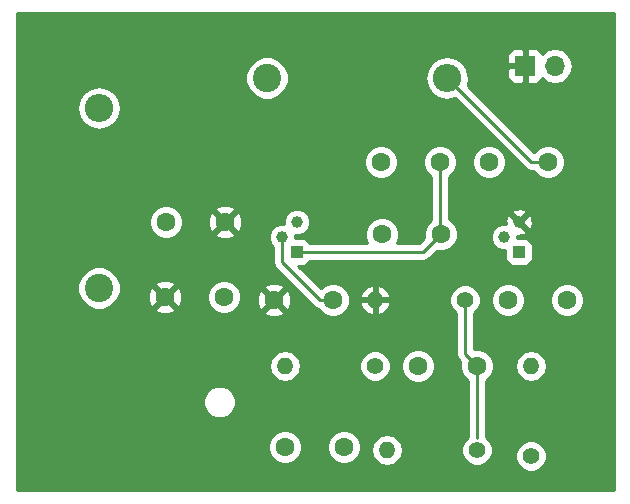
<source format=gbr>
G04 #@! TF.FileFunction,Copper,L2,Bot,Signal*
%FSLAX46Y46*%
G04 Gerber Fmt 4.6, Leading zero omitted, Abs format (unit mm)*
G04 Created by KiCad (PCBNEW 4.0.7) date 06/12/18 23:48:04*
%MOMM*%
%LPD*%
G01*
G04 APERTURE LIST*
%ADD10C,0.100000*%
%ADD11C,1.600000*%
%ADD12C,2.400000*%
%ADD13O,2.400000X2.400000*%
%ADD14C,1.000000*%
%ADD15R,1.000000X1.000000*%
%ADD16C,1.400000*%
%ADD17O,1.400000X1.400000*%
%ADD18R,1.700000X1.700000*%
%ADD19O,1.700000X1.700000*%
%ADD20C,0.250000*%
%ADD21C,0.254000*%
G04 APERTURE END LIST*
D10*
D11*
X83820000Y-92710000D03*
X88820000Y-92710000D03*
X78660000Y-80010000D03*
X73660000Y-80010000D03*
X87884000Y-80264000D03*
X82884000Y-80264000D03*
X91948000Y-68580000D03*
X96948000Y-68580000D03*
X97028000Y-74676000D03*
X92028000Y-74676000D03*
X95076000Y-85852000D03*
X100076000Y-85852000D03*
X101092000Y-68580000D03*
X106092000Y-68580000D03*
X102696000Y-80264000D03*
X107696000Y-80264000D03*
X73740000Y-73660000D03*
X78740000Y-73660000D03*
D12*
X68072000Y-79248000D03*
D13*
X68072000Y-64008000D03*
D12*
X82296000Y-61468000D03*
D13*
X97536000Y-61468000D03*
D14*
X83566000Y-74930000D03*
X84836000Y-73660000D03*
D15*
X84836000Y-76200000D03*
D14*
X102362000Y-74930000D03*
X103632000Y-73660000D03*
D15*
X103632000Y-76200000D03*
D16*
X91440000Y-85852000D03*
D17*
X83820000Y-85852000D03*
D16*
X100076000Y-92964000D03*
D17*
X92456000Y-92964000D03*
D16*
X99060000Y-80264000D03*
D17*
X91440000Y-80264000D03*
D16*
X104648000Y-93472000D03*
D17*
X104648000Y-85852000D03*
D18*
X104140000Y-60452000D03*
D19*
X106680000Y-60452000D03*
D20*
X87884000Y-80264000D02*
X86752630Y-80264000D01*
X86752630Y-80264000D02*
X83566000Y-77077370D01*
X83566000Y-77077370D02*
X83566000Y-75637106D01*
X83566000Y-75637106D02*
X83566000Y-74930000D01*
X84836000Y-76200000D02*
X95504000Y-76200000D01*
X95504000Y-76200000D02*
X96228001Y-75475999D01*
X96228001Y-75475999D02*
X97028000Y-74676000D01*
X96948000Y-68580000D02*
X96948000Y-74596000D01*
X96948000Y-74596000D02*
X97028000Y-74676000D01*
X100076000Y-85852000D02*
X100076000Y-91938999D01*
X100066999Y-91938999D02*
X100076000Y-91938999D01*
X99060000Y-80264000D02*
X99060000Y-84836000D01*
X99060000Y-84836000D02*
X100076000Y-85852000D01*
X97536000Y-61468000D02*
X104648000Y-68580000D01*
X104648000Y-68580000D02*
X106092000Y-68580000D01*
D21*
G36*
X111633000Y-96393000D02*
X61087000Y-96393000D01*
X61087000Y-92994187D01*
X82384752Y-92994187D01*
X82602757Y-93521800D01*
X83006077Y-93925824D01*
X83533309Y-94144750D01*
X84104187Y-94145248D01*
X84631800Y-93927243D01*
X85035824Y-93523923D01*
X85254750Y-92996691D01*
X85254752Y-92994187D01*
X87384752Y-92994187D01*
X87602757Y-93521800D01*
X88006077Y-93925824D01*
X88533309Y-94144750D01*
X89104187Y-94145248D01*
X89631800Y-93927243D01*
X90035824Y-93523923D01*
X90254750Y-92996691D01*
X90254778Y-92964000D01*
X91094846Y-92964000D01*
X91196467Y-93474882D01*
X91485858Y-93907988D01*
X91918964Y-94197379D01*
X92429846Y-94299000D01*
X92482154Y-94299000D01*
X92993036Y-94197379D01*
X93426142Y-93907988D01*
X93715533Y-93474882D01*
X93817154Y-92964000D01*
X93715533Y-92453118D01*
X93426142Y-92020012D01*
X92993036Y-91730621D01*
X92482154Y-91629000D01*
X92429846Y-91629000D01*
X91918964Y-91730621D01*
X91485858Y-92020012D01*
X91196467Y-92453118D01*
X91094846Y-92964000D01*
X90254778Y-92964000D01*
X90255248Y-92425813D01*
X90037243Y-91898200D01*
X89633923Y-91494176D01*
X89106691Y-91275250D01*
X88535813Y-91274752D01*
X88008200Y-91492757D01*
X87604176Y-91896077D01*
X87385250Y-92423309D01*
X87384752Y-92994187D01*
X85254752Y-92994187D01*
X85255248Y-92425813D01*
X85037243Y-91898200D01*
X84633923Y-91494176D01*
X84106691Y-91275250D01*
X83535813Y-91274752D01*
X83008200Y-91492757D01*
X82604176Y-91896077D01*
X82385250Y-92423309D01*
X82384752Y-92994187D01*
X61087000Y-92994187D01*
X61087000Y-89174285D01*
X76894760Y-89174285D01*
X77105169Y-89683515D01*
X77494436Y-90073461D01*
X78003298Y-90284759D01*
X78554285Y-90285240D01*
X79063515Y-90074831D01*
X79453461Y-89685564D01*
X79664759Y-89176702D01*
X79665240Y-88625715D01*
X79454831Y-88116485D01*
X79065564Y-87726539D01*
X78556702Y-87515241D01*
X78005715Y-87514760D01*
X77496485Y-87725169D01*
X77106539Y-88114436D01*
X76895241Y-88623298D01*
X76894760Y-89174285D01*
X61087000Y-89174285D01*
X61087000Y-85852000D01*
X82458846Y-85852000D01*
X82560467Y-86362882D01*
X82849858Y-86795988D01*
X83282964Y-87085379D01*
X83793846Y-87187000D01*
X83846154Y-87187000D01*
X84357036Y-87085379D01*
X84790142Y-86795988D01*
X85079533Y-86362882D01*
X85128564Y-86116383D01*
X90104769Y-86116383D01*
X90307582Y-86607229D01*
X90682796Y-86983098D01*
X91173287Y-87186768D01*
X91704383Y-87187231D01*
X92195229Y-86984418D01*
X92571098Y-86609204D01*
X92767512Y-86136187D01*
X93640752Y-86136187D01*
X93858757Y-86663800D01*
X94262077Y-87067824D01*
X94789309Y-87286750D01*
X95360187Y-87287248D01*
X95887800Y-87069243D01*
X96291824Y-86665923D01*
X96510750Y-86138691D01*
X96511248Y-85567813D01*
X96293243Y-85040200D01*
X95889923Y-84636176D01*
X95362691Y-84417250D01*
X94791813Y-84416752D01*
X94264200Y-84634757D01*
X93860176Y-85038077D01*
X93641250Y-85565309D01*
X93640752Y-86136187D01*
X92767512Y-86136187D01*
X92774768Y-86118713D01*
X92775231Y-85587617D01*
X92572418Y-85096771D01*
X92197204Y-84720902D01*
X91706713Y-84517232D01*
X91175617Y-84516769D01*
X90684771Y-84719582D01*
X90308902Y-85094796D01*
X90105232Y-85585287D01*
X90104769Y-86116383D01*
X85128564Y-86116383D01*
X85181154Y-85852000D01*
X85079533Y-85341118D01*
X84790142Y-84908012D01*
X84357036Y-84618621D01*
X83846154Y-84517000D01*
X83793846Y-84517000D01*
X83282964Y-84618621D01*
X82849858Y-84908012D01*
X82560467Y-85341118D01*
X82458846Y-85852000D01*
X61087000Y-85852000D01*
X61087000Y-79611403D01*
X66236682Y-79611403D01*
X66515455Y-80286086D01*
X67031199Y-80802730D01*
X67705395Y-81082681D01*
X68435403Y-81083318D01*
X68594101Y-81017745D01*
X72831861Y-81017745D01*
X72905995Y-81263864D01*
X73443223Y-81456965D01*
X74013454Y-81429778D01*
X74414005Y-81263864D01*
X74488139Y-81017745D01*
X73660000Y-80189605D01*
X72831861Y-81017745D01*
X68594101Y-81017745D01*
X69110086Y-80804545D01*
X69626730Y-80288801D01*
X69832512Y-79793223D01*
X72213035Y-79793223D01*
X72240222Y-80363454D01*
X72406136Y-80764005D01*
X72652255Y-80838139D01*
X73480395Y-80010000D01*
X73839605Y-80010000D01*
X74667745Y-80838139D01*
X74913864Y-80764005D01*
X75082735Y-80294187D01*
X77224752Y-80294187D01*
X77442757Y-80821800D01*
X77846077Y-81225824D01*
X78373309Y-81444750D01*
X78944187Y-81445248D01*
X79364096Y-81271745D01*
X82055861Y-81271745D01*
X82129995Y-81517864D01*
X82667223Y-81710965D01*
X83237454Y-81683778D01*
X83638005Y-81517864D01*
X83712139Y-81271745D01*
X82884000Y-80443605D01*
X82055861Y-81271745D01*
X79364096Y-81271745D01*
X79471800Y-81227243D01*
X79875824Y-80823923D01*
X80094750Y-80296691D01*
X80094967Y-80047223D01*
X81437035Y-80047223D01*
X81464222Y-80617454D01*
X81630136Y-81018005D01*
X81876255Y-81092139D01*
X82704395Y-80264000D01*
X83063605Y-80264000D01*
X83891745Y-81092139D01*
X84137864Y-81018005D01*
X84330965Y-80480777D01*
X84303778Y-79910546D01*
X84137864Y-79509995D01*
X83891745Y-79435861D01*
X83063605Y-80264000D01*
X82704395Y-80264000D01*
X81876255Y-79435861D01*
X81630136Y-79509995D01*
X81437035Y-80047223D01*
X80094967Y-80047223D01*
X80095248Y-79725813D01*
X79901231Y-79256255D01*
X82055861Y-79256255D01*
X82884000Y-80084395D01*
X83712139Y-79256255D01*
X83638005Y-79010136D01*
X83100777Y-78817035D01*
X82530546Y-78844222D01*
X82129995Y-79010136D01*
X82055861Y-79256255D01*
X79901231Y-79256255D01*
X79877243Y-79198200D01*
X79473923Y-78794176D01*
X78946691Y-78575250D01*
X78375813Y-78574752D01*
X77848200Y-78792757D01*
X77444176Y-79196077D01*
X77225250Y-79723309D01*
X77224752Y-80294187D01*
X75082735Y-80294187D01*
X75106965Y-80226777D01*
X75079778Y-79656546D01*
X74913864Y-79255995D01*
X74667745Y-79181861D01*
X73839605Y-80010000D01*
X73480395Y-80010000D01*
X72652255Y-79181861D01*
X72406136Y-79255995D01*
X72213035Y-79793223D01*
X69832512Y-79793223D01*
X69906681Y-79614605D01*
X69907215Y-79002255D01*
X72831861Y-79002255D01*
X73660000Y-79830395D01*
X74488139Y-79002255D01*
X74414005Y-78756136D01*
X73876777Y-78563035D01*
X73306546Y-78590222D01*
X72905995Y-78756136D01*
X72831861Y-79002255D01*
X69907215Y-79002255D01*
X69907318Y-78884597D01*
X69628545Y-78209914D01*
X69112801Y-77693270D01*
X68438605Y-77413319D01*
X67708597Y-77412682D01*
X67033914Y-77691455D01*
X66517270Y-78207199D01*
X66237319Y-78881395D01*
X66236682Y-79611403D01*
X61087000Y-79611403D01*
X61087000Y-75154775D01*
X82430803Y-75154775D01*
X82603233Y-75572086D01*
X82806000Y-75775207D01*
X82806000Y-77077370D01*
X82863852Y-77368209D01*
X83028599Y-77614771D01*
X86215229Y-80801401D01*
X86461790Y-80966148D01*
X86635747Y-81000750D01*
X86666757Y-81075800D01*
X87070077Y-81479824D01*
X87597309Y-81698750D01*
X88168187Y-81699248D01*
X88695800Y-81481243D01*
X89099824Y-81077923D01*
X89299384Y-80597329D01*
X90147284Y-80597329D01*
X90290203Y-80942396D01*
X90637337Y-81330764D01*
X91106669Y-81556727D01*
X91313000Y-81434206D01*
X91313000Y-80391000D01*
X91567000Y-80391000D01*
X91567000Y-81434206D01*
X91773331Y-81556727D01*
X92242663Y-81330764D01*
X92589797Y-80942396D01*
X92732716Y-80597329D01*
X92691501Y-80528383D01*
X97724769Y-80528383D01*
X97927582Y-81019229D01*
X98300000Y-81392297D01*
X98300000Y-84836000D01*
X98357852Y-85126839D01*
X98522599Y-85373401D01*
X98662744Y-85513546D01*
X98641250Y-85565309D01*
X98640752Y-86136187D01*
X98858757Y-86663800D01*
X99262077Y-87067824D01*
X99316000Y-87090215D01*
X99316000Y-91836345D01*
X98944902Y-92206796D01*
X98741232Y-92697287D01*
X98740769Y-93228383D01*
X98943582Y-93719229D01*
X99318796Y-94095098D01*
X99809287Y-94298768D01*
X100340383Y-94299231D01*
X100831229Y-94096418D01*
X101191892Y-93736383D01*
X103312769Y-93736383D01*
X103515582Y-94227229D01*
X103890796Y-94603098D01*
X104381287Y-94806768D01*
X104912383Y-94807231D01*
X105403229Y-94604418D01*
X105779098Y-94229204D01*
X105982768Y-93738713D01*
X105983231Y-93207617D01*
X105780418Y-92716771D01*
X105405204Y-92340902D01*
X104914713Y-92137232D01*
X104383617Y-92136769D01*
X103892771Y-92339582D01*
X103516902Y-92714796D01*
X103313232Y-93205287D01*
X103312769Y-93736383D01*
X101191892Y-93736383D01*
X101207098Y-93721204D01*
X101410768Y-93230713D01*
X101411231Y-92699617D01*
X101208418Y-92208771D01*
X100836000Y-91835703D01*
X100836000Y-87090646D01*
X100887800Y-87069243D01*
X101291824Y-86665923D01*
X101510750Y-86138691D01*
X101511022Y-85825846D01*
X103313000Y-85825846D01*
X103313000Y-85878154D01*
X103414621Y-86389036D01*
X103704012Y-86822142D01*
X104137118Y-87111533D01*
X104648000Y-87213154D01*
X105158882Y-87111533D01*
X105591988Y-86822142D01*
X105881379Y-86389036D01*
X105983000Y-85878154D01*
X105983000Y-85825846D01*
X105881379Y-85314964D01*
X105591988Y-84881858D01*
X105158882Y-84592467D01*
X104648000Y-84490846D01*
X104137118Y-84592467D01*
X103704012Y-84881858D01*
X103414621Y-85314964D01*
X103313000Y-85825846D01*
X101511022Y-85825846D01*
X101511248Y-85567813D01*
X101293243Y-85040200D01*
X100889923Y-84636176D01*
X100362691Y-84417250D01*
X99820000Y-84416777D01*
X99820000Y-81391655D01*
X100191098Y-81021204D01*
X100387512Y-80548187D01*
X101260752Y-80548187D01*
X101478757Y-81075800D01*
X101882077Y-81479824D01*
X102409309Y-81698750D01*
X102980187Y-81699248D01*
X103507800Y-81481243D01*
X103911824Y-81077923D01*
X104130750Y-80550691D01*
X104130752Y-80548187D01*
X106260752Y-80548187D01*
X106478757Y-81075800D01*
X106882077Y-81479824D01*
X107409309Y-81698750D01*
X107980187Y-81699248D01*
X108507800Y-81481243D01*
X108911824Y-81077923D01*
X109130750Y-80550691D01*
X109131248Y-79979813D01*
X108913243Y-79452200D01*
X108509923Y-79048176D01*
X107982691Y-78829250D01*
X107411813Y-78828752D01*
X106884200Y-79046757D01*
X106480176Y-79450077D01*
X106261250Y-79977309D01*
X106260752Y-80548187D01*
X104130752Y-80548187D01*
X104131248Y-79979813D01*
X103913243Y-79452200D01*
X103509923Y-79048176D01*
X102982691Y-78829250D01*
X102411813Y-78828752D01*
X101884200Y-79046757D01*
X101480176Y-79450077D01*
X101261250Y-79977309D01*
X101260752Y-80548187D01*
X100387512Y-80548187D01*
X100394768Y-80530713D01*
X100395231Y-79999617D01*
X100192418Y-79508771D01*
X99817204Y-79132902D01*
X99326713Y-78929232D01*
X98795617Y-78928769D01*
X98304771Y-79131582D01*
X97928902Y-79506796D01*
X97725232Y-79997287D01*
X97724769Y-80528383D01*
X92691501Y-80528383D01*
X92609374Y-80391000D01*
X91567000Y-80391000D01*
X91313000Y-80391000D01*
X90270626Y-80391000D01*
X90147284Y-80597329D01*
X89299384Y-80597329D01*
X89318750Y-80550691D01*
X89319248Y-79979813D01*
X89298943Y-79930671D01*
X90147284Y-79930671D01*
X90270626Y-80137000D01*
X91313000Y-80137000D01*
X91313000Y-79093794D01*
X91567000Y-79093794D01*
X91567000Y-80137000D01*
X92609374Y-80137000D01*
X92732716Y-79930671D01*
X92589797Y-79585604D01*
X92242663Y-79197236D01*
X91773331Y-78971273D01*
X91567000Y-79093794D01*
X91313000Y-79093794D01*
X91106669Y-78971273D01*
X90637337Y-79197236D01*
X90290203Y-79585604D01*
X90147284Y-79930671D01*
X89298943Y-79930671D01*
X89101243Y-79452200D01*
X88697923Y-79048176D01*
X88170691Y-78829250D01*
X87599813Y-78828752D01*
X87072200Y-79046757D01*
X86840993Y-79277561D01*
X84910872Y-77347440D01*
X85336000Y-77347440D01*
X85571317Y-77303162D01*
X85787441Y-77164090D01*
X85926890Y-76960000D01*
X95504000Y-76960000D01*
X95794839Y-76902148D01*
X96041401Y-76737401D01*
X96689546Y-76089256D01*
X96741309Y-76110750D01*
X97312187Y-76111248D01*
X97839800Y-75893243D01*
X98243824Y-75489923D01*
X98382989Y-75154775D01*
X101226803Y-75154775D01*
X101399233Y-75572086D01*
X101718235Y-75891645D01*
X102135244Y-76064803D01*
X102484560Y-76065108D01*
X102484560Y-76700000D01*
X102528838Y-76935317D01*
X102667910Y-77151441D01*
X102880110Y-77296431D01*
X103132000Y-77347440D01*
X104132000Y-77347440D01*
X104367317Y-77303162D01*
X104583441Y-77164090D01*
X104728431Y-76951890D01*
X104779440Y-76700000D01*
X104779440Y-75700000D01*
X104735162Y-75464683D01*
X104596090Y-75248559D01*
X104383890Y-75103569D01*
X104132000Y-75052560D01*
X103496894Y-75052560D01*
X103497108Y-74807394D01*
X103937375Y-74776217D01*
X104205352Y-74665217D01*
X104242499Y-74450104D01*
X103632000Y-73839605D01*
X103617858Y-73853748D01*
X103438253Y-73674143D01*
X103452395Y-73660000D01*
X103811605Y-73660000D01*
X104422104Y-74270499D01*
X104637217Y-74233352D01*
X104780112Y-73805028D01*
X104748217Y-73354625D01*
X104637217Y-73086648D01*
X104422104Y-73049501D01*
X103811605Y-73660000D01*
X103452395Y-73660000D01*
X102841896Y-73049501D01*
X102626783Y-73086648D01*
X102483888Y-73514972D01*
X102503727Y-73795123D01*
X102137225Y-73794803D01*
X101719914Y-73967233D01*
X101400355Y-74286235D01*
X101227197Y-74703244D01*
X101226803Y-75154775D01*
X98382989Y-75154775D01*
X98462750Y-74962691D01*
X98463248Y-74391813D01*
X98245243Y-73864200D01*
X97841923Y-73460176D01*
X97708000Y-73404566D01*
X97708000Y-72869896D01*
X103021501Y-72869896D01*
X103632000Y-73480395D01*
X104242499Y-72869896D01*
X104205352Y-72654783D01*
X103777028Y-72511888D01*
X103326625Y-72543783D01*
X103058648Y-72654783D01*
X103021501Y-72869896D01*
X97708000Y-72869896D01*
X97708000Y-69818646D01*
X97759800Y-69797243D01*
X98163824Y-69393923D01*
X98382750Y-68866691D01*
X98382752Y-68864187D01*
X99656752Y-68864187D01*
X99874757Y-69391800D01*
X100278077Y-69795824D01*
X100805309Y-70014750D01*
X101376187Y-70015248D01*
X101903800Y-69797243D01*
X102307824Y-69393923D01*
X102526750Y-68866691D01*
X102527248Y-68295813D01*
X102309243Y-67768200D01*
X101905923Y-67364176D01*
X101378691Y-67145250D01*
X100807813Y-67144752D01*
X100280200Y-67362757D01*
X99876176Y-67766077D01*
X99657250Y-68293309D01*
X99656752Y-68864187D01*
X98382752Y-68864187D01*
X98383248Y-68295813D01*
X98165243Y-67768200D01*
X97761923Y-67364176D01*
X97234691Y-67145250D01*
X96663813Y-67144752D01*
X96136200Y-67362757D01*
X95732176Y-67766077D01*
X95513250Y-68293309D01*
X95512752Y-68864187D01*
X95730757Y-69391800D01*
X96134077Y-69795824D01*
X96188000Y-69818215D01*
X96188000Y-73486908D01*
X95812176Y-73862077D01*
X95593250Y-74389309D01*
X95592752Y-74960187D01*
X95615049Y-75014149D01*
X95189198Y-75440000D01*
X93264554Y-75440000D01*
X93462750Y-74962691D01*
X93463248Y-74391813D01*
X93245243Y-73864200D01*
X92841923Y-73460176D01*
X92314691Y-73241250D01*
X91743813Y-73240752D01*
X91216200Y-73458757D01*
X90812176Y-73862077D01*
X90593250Y-74389309D01*
X90592752Y-74960187D01*
X90791006Y-75440000D01*
X85923279Y-75440000D01*
X85800090Y-75248559D01*
X85587890Y-75103569D01*
X85336000Y-75052560D01*
X84700894Y-75052560D01*
X84701119Y-74794883D01*
X85060775Y-74795197D01*
X85478086Y-74622767D01*
X85797645Y-74303765D01*
X85970803Y-73886756D01*
X85971197Y-73435225D01*
X85798767Y-73017914D01*
X85479765Y-72698355D01*
X85062756Y-72525197D01*
X84611225Y-72524803D01*
X84193914Y-72697233D01*
X83874355Y-73016235D01*
X83701197Y-73433244D01*
X83700881Y-73795117D01*
X83341225Y-73794803D01*
X82923914Y-73967233D01*
X82604355Y-74286235D01*
X82431197Y-74703244D01*
X82430803Y-75154775D01*
X61087000Y-75154775D01*
X61087000Y-73944187D01*
X72304752Y-73944187D01*
X72522757Y-74471800D01*
X72926077Y-74875824D01*
X73453309Y-75094750D01*
X74024187Y-75095248D01*
X74551800Y-74877243D01*
X74761663Y-74667745D01*
X77911861Y-74667745D01*
X77985995Y-74913864D01*
X78523223Y-75106965D01*
X79093454Y-75079778D01*
X79494005Y-74913864D01*
X79568139Y-74667745D01*
X78740000Y-73839605D01*
X77911861Y-74667745D01*
X74761663Y-74667745D01*
X74955824Y-74473923D01*
X75174750Y-73946691D01*
X75175189Y-73443223D01*
X77293035Y-73443223D01*
X77320222Y-74013454D01*
X77486136Y-74414005D01*
X77732255Y-74488139D01*
X78560395Y-73660000D01*
X78919605Y-73660000D01*
X79747745Y-74488139D01*
X79993864Y-74414005D01*
X80186965Y-73876777D01*
X80159778Y-73306546D01*
X79993864Y-72905995D01*
X79747745Y-72831861D01*
X78919605Y-73660000D01*
X78560395Y-73660000D01*
X77732255Y-72831861D01*
X77486136Y-72905995D01*
X77293035Y-73443223D01*
X75175189Y-73443223D01*
X75175248Y-73375813D01*
X74957243Y-72848200D01*
X74761640Y-72652255D01*
X77911861Y-72652255D01*
X78740000Y-73480395D01*
X79568139Y-72652255D01*
X79494005Y-72406136D01*
X78956777Y-72213035D01*
X78386546Y-72240222D01*
X77985995Y-72406136D01*
X77911861Y-72652255D01*
X74761640Y-72652255D01*
X74553923Y-72444176D01*
X74026691Y-72225250D01*
X73455813Y-72224752D01*
X72928200Y-72442757D01*
X72524176Y-72846077D01*
X72305250Y-73373309D01*
X72304752Y-73944187D01*
X61087000Y-73944187D01*
X61087000Y-68864187D01*
X90512752Y-68864187D01*
X90730757Y-69391800D01*
X91134077Y-69795824D01*
X91661309Y-70014750D01*
X92232187Y-70015248D01*
X92759800Y-69797243D01*
X93163824Y-69393923D01*
X93382750Y-68866691D01*
X93383248Y-68295813D01*
X93165243Y-67768200D01*
X92761923Y-67364176D01*
X92234691Y-67145250D01*
X91663813Y-67144752D01*
X91136200Y-67362757D01*
X90732176Y-67766077D01*
X90513250Y-68293309D01*
X90512752Y-68864187D01*
X61087000Y-68864187D01*
X61087000Y-63972050D01*
X66237000Y-63972050D01*
X66237000Y-64043950D01*
X66376681Y-64746174D01*
X66774459Y-65341491D01*
X67369776Y-65739269D01*
X68072000Y-65878950D01*
X68774224Y-65739269D01*
X69369541Y-65341491D01*
X69767319Y-64746174D01*
X69907000Y-64043950D01*
X69907000Y-63972050D01*
X69767319Y-63269826D01*
X69369541Y-62674509D01*
X68774224Y-62276731D01*
X68072000Y-62137050D01*
X67369776Y-62276731D01*
X66774459Y-62674509D01*
X66376681Y-63269826D01*
X66237000Y-63972050D01*
X61087000Y-63972050D01*
X61087000Y-61831403D01*
X80460682Y-61831403D01*
X80739455Y-62506086D01*
X81255199Y-63022730D01*
X81929395Y-63302681D01*
X82659403Y-63303318D01*
X83334086Y-63024545D01*
X83850730Y-62508801D01*
X84130681Y-61834605D01*
X84131000Y-61468000D01*
X95665050Y-61468000D01*
X95804731Y-62170224D01*
X96202509Y-62765541D01*
X96797826Y-63163319D01*
X97500050Y-63303000D01*
X97571950Y-63303000D01*
X98176038Y-63182840D01*
X104110599Y-69117401D01*
X104357161Y-69282148D01*
X104648000Y-69340000D01*
X104853354Y-69340000D01*
X104874757Y-69391800D01*
X105278077Y-69795824D01*
X105805309Y-70014750D01*
X106376187Y-70015248D01*
X106903800Y-69797243D01*
X107307824Y-69393923D01*
X107526750Y-68866691D01*
X107527248Y-68295813D01*
X107309243Y-67768200D01*
X106905923Y-67364176D01*
X106378691Y-67145250D01*
X105807813Y-67144752D01*
X105280200Y-67362757D01*
X104892542Y-67749740D01*
X99274861Y-62132059D01*
X99406950Y-61468000D01*
X99267269Y-60765776D01*
X99248543Y-60737750D01*
X102655000Y-60737750D01*
X102655000Y-61428309D01*
X102751673Y-61661698D01*
X102930301Y-61840327D01*
X103163690Y-61937000D01*
X103854250Y-61937000D01*
X104013000Y-61778250D01*
X104013000Y-60579000D01*
X102813750Y-60579000D01*
X102655000Y-60737750D01*
X99248543Y-60737750D01*
X98869491Y-60170459D01*
X98274174Y-59772681D01*
X97571950Y-59633000D01*
X97500050Y-59633000D01*
X96797826Y-59772681D01*
X96202509Y-60170459D01*
X95804731Y-60765776D01*
X95665050Y-61468000D01*
X84131000Y-61468000D01*
X84131318Y-61104597D01*
X83852545Y-60429914D01*
X83336801Y-59913270D01*
X82662605Y-59633319D01*
X81932597Y-59632682D01*
X81257914Y-59911455D01*
X80741270Y-60427199D01*
X80461319Y-61101395D01*
X80460682Y-61831403D01*
X61087000Y-61831403D01*
X61087000Y-59475691D01*
X102655000Y-59475691D01*
X102655000Y-60166250D01*
X102813750Y-60325000D01*
X104013000Y-60325000D01*
X104013000Y-59125750D01*
X104267000Y-59125750D01*
X104267000Y-60325000D01*
X104287000Y-60325000D01*
X104287000Y-60579000D01*
X104267000Y-60579000D01*
X104267000Y-61778250D01*
X104425750Y-61937000D01*
X105116310Y-61937000D01*
X105349699Y-61840327D01*
X105528327Y-61661698D01*
X105600597Y-61487223D01*
X105629946Y-61531147D01*
X106111715Y-61853054D01*
X106680000Y-61966093D01*
X107248285Y-61853054D01*
X107730054Y-61531147D01*
X108051961Y-61049378D01*
X108165000Y-60481093D01*
X108165000Y-60422907D01*
X108051961Y-59854622D01*
X107730054Y-59372853D01*
X107248285Y-59050946D01*
X106680000Y-58937907D01*
X106111715Y-59050946D01*
X105629946Y-59372853D01*
X105600597Y-59416777D01*
X105528327Y-59242302D01*
X105349699Y-59063673D01*
X105116310Y-58967000D01*
X104425750Y-58967000D01*
X104267000Y-59125750D01*
X104013000Y-59125750D01*
X103854250Y-58967000D01*
X103163690Y-58967000D01*
X102930301Y-59063673D01*
X102751673Y-59242302D01*
X102655000Y-59475691D01*
X61087000Y-59475691D01*
X61087000Y-56007000D01*
X111633000Y-56007000D01*
X111633000Y-96393000D01*
X111633000Y-96393000D01*
G37*
X111633000Y-96393000D02*
X61087000Y-96393000D01*
X61087000Y-92994187D01*
X82384752Y-92994187D01*
X82602757Y-93521800D01*
X83006077Y-93925824D01*
X83533309Y-94144750D01*
X84104187Y-94145248D01*
X84631800Y-93927243D01*
X85035824Y-93523923D01*
X85254750Y-92996691D01*
X85254752Y-92994187D01*
X87384752Y-92994187D01*
X87602757Y-93521800D01*
X88006077Y-93925824D01*
X88533309Y-94144750D01*
X89104187Y-94145248D01*
X89631800Y-93927243D01*
X90035824Y-93523923D01*
X90254750Y-92996691D01*
X90254778Y-92964000D01*
X91094846Y-92964000D01*
X91196467Y-93474882D01*
X91485858Y-93907988D01*
X91918964Y-94197379D01*
X92429846Y-94299000D01*
X92482154Y-94299000D01*
X92993036Y-94197379D01*
X93426142Y-93907988D01*
X93715533Y-93474882D01*
X93817154Y-92964000D01*
X93715533Y-92453118D01*
X93426142Y-92020012D01*
X92993036Y-91730621D01*
X92482154Y-91629000D01*
X92429846Y-91629000D01*
X91918964Y-91730621D01*
X91485858Y-92020012D01*
X91196467Y-92453118D01*
X91094846Y-92964000D01*
X90254778Y-92964000D01*
X90255248Y-92425813D01*
X90037243Y-91898200D01*
X89633923Y-91494176D01*
X89106691Y-91275250D01*
X88535813Y-91274752D01*
X88008200Y-91492757D01*
X87604176Y-91896077D01*
X87385250Y-92423309D01*
X87384752Y-92994187D01*
X85254752Y-92994187D01*
X85255248Y-92425813D01*
X85037243Y-91898200D01*
X84633923Y-91494176D01*
X84106691Y-91275250D01*
X83535813Y-91274752D01*
X83008200Y-91492757D01*
X82604176Y-91896077D01*
X82385250Y-92423309D01*
X82384752Y-92994187D01*
X61087000Y-92994187D01*
X61087000Y-89174285D01*
X76894760Y-89174285D01*
X77105169Y-89683515D01*
X77494436Y-90073461D01*
X78003298Y-90284759D01*
X78554285Y-90285240D01*
X79063515Y-90074831D01*
X79453461Y-89685564D01*
X79664759Y-89176702D01*
X79665240Y-88625715D01*
X79454831Y-88116485D01*
X79065564Y-87726539D01*
X78556702Y-87515241D01*
X78005715Y-87514760D01*
X77496485Y-87725169D01*
X77106539Y-88114436D01*
X76895241Y-88623298D01*
X76894760Y-89174285D01*
X61087000Y-89174285D01*
X61087000Y-85852000D01*
X82458846Y-85852000D01*
X82560467Y-86362882D01*
X82849858Y-86795988D01*
X83282964Y-87085379D01*
X83793846Y-87187000D01*
X83846154Y-87187000D01*
X84357036Y-87085379D01*
X84790142Y-86795988D01*
X85079533Y-86362882D01*
X85128564Y-86116383D01*
X90104769Y-86116383D01*
X90307582Y-86607229D01*
X90682796Y-86983098D01*
X91173287Y-87186768D01*
X91704383Y-87187231D01*
X92195229Y-86984418D01*
X92571098Y-86609204D01*
X92767512Y-86136187D01*
X93640752Y-86136187D01*
X93858757Y-86663800D01*
X94262077Y-87067824D01*
X94789309Y-87286750D01*
X95360187Y-87287248D01*
X95887800Y-87069243D01*
X96291824Y-86665923D01*
X96510750Y-86138691D01*
X96511248Y-85567813D01*
X96293243Y-85040200D01*
X95889923Y-84636176D01*
X95362691Y-84417250D01*
X94791813Y-84416752D01*
X94264200Y-84634757D01*
X93860176Y-85038077D01*
X93641250Y-85565309D01*
X93640752Y-86136187D01*
X92767512Y-86136187D01*
X92774768Y-86118713D01*
X92775231Y-85587617D01*
X92572418Y-85096771D01*
X92197204Y-84720902D01*
X91706713Y-84517232D01*
X91175617Y-84516769D01*
X90684771Y-84719582D01*
X90308902Y-85094796D01*
X90105232Y-85585287D01*
X90104769Y-86116383D01*
X85128564Y-86116383D01*
X85181154Y-85852000D01*
X85079533Y-85341118D01*
X84790142Y-84908012D01*
X84357036Y-84618621D01*
X83846154Y-84517000D01*
X83793846Y-84517000D01*
X83282964Y-84618621D01*
X82849858Y-84908012D01*
X82560467Y-85341118D01*
X82458846Y-85852000D01*
X61087000Y-85852000D01*
X61087000Y-79611403D01*
X66236682Y-79611403D01*
X66515455Y-80286086D01*
X67031199Y-80802730D01*
X67705395Y-81082681D01*
X68435403Y-81083318D01*
X68594101Y-81017745D01*
X72831861Y-81017745D01*
X72905995Y-81263864D01*
X73443223Y-81456965D01*
X74013454Y-81429778D01*
X74414005Y-81263864D01*
X74488139Y-81017745D01*
X73660000Y-80189605D01*
X72831861Y-81017745D01*
X68594101Y-81017745D01*
X69110086Y-80804545D01*
X69626730Y-80288801D01*
X69832512Y-79793223D01*
X72213035Y-79793223D01*
X72240222Y-80363454D01*
X72406136Y-80764005D01*
X72652255Y-80838139D01*
X73480395Y-80010000D01*
X73839605Y-80010000D01*
X74667745Y-80838139D01*
X74913864Y-80764005D01*
X75082735Y-80294187D01*
X77224752Y-80294187D01*
X77442757Y-80821800D01*
X77846077Y-81225824D01*
X78373309Y-81444750D01*
X78944187Y-81445248D01*
X79364096Y-81271745D01*
X82055861Y-81271745D01*
X82129995Y-81517864D01*
X82667223Y-81710965D01*
X83237454Y-81683778D01*
X83638005Y-81517864D01*
X83712139Y-81271745D01*
X82884000Y-80443605D01*
X82055861Y-81271745D01*
X79364096Y-81271745D01*
X79471800Y-81227243D01*
X79875824Y-80823923D01*
X80094750Y-80296691D01*
X80094967Y-80047223D01*
X81437035Y-80047223D01*
X81464222Y-80617454D01*
X81630136Y-81018005D01*
X81876255Y-81092139D01*
X82704395Y-80264000D01*
X83063605Y-80264000D01*
X83891745Y-81092139D01*
X84137864Y-81018005D01*
X84330965Y-80480777D01*
X84303778Y-79910546D01*
X84137864Y-79509995D01*
X83891745Y-79435861D01*
X83063605Y-80264000D01*
X82704395Y-80264000D01*
X81876255Y-79435861D01*
X81630136Y-79509995D01*
X81437035Y-80047223D01*
X80094967Y-80047223D01*
X80095248Y-79725813D01*
X79901231Y-79256255D01*
X82055861Y-79256255D01*
X82884000Y-80084395D01*
X83712139Y-79256255D01*
X83638005Y-79010136D01*
X83100777Y-78817035D01*
X82530546Y-78844222D01*
X82129995Y-79010136D01*
X82055861Y-79256255D01*
X79901231Y-79256255D01*
X79877243Y-79198200D01*
X79473923Y-78794176D01*
X78946691Y-78575250D01*
X78375813Y-78574752D01*
X77848200Y-78792757D01*
X77444176Y-79196077D01*
X77225250Y-79723309D01*
X77224752Y-80294187D01*
X75082735Y-80294187D01*
X75106965Y-80226777D01*
X75079778Y-79656546D01*
X74913864Y-79255995D01*
X74667745Y-79181861D01*
X73839605Y-80010000D01*
X73480395Y-80010000D01*
X72652255Y-79181861D01*
X72406136Y-79255995D01*
X72213035Y-79793223D01*
X69832512Y-79793223D01*
X69906681Y-79614605D01*
X69907215Y-79002255D01*
X72831861Y-79002255D01*
X73660000Y-79830395D01*
X74488139Y-79002255D01*
X74414005Y-78756136D01*
X73876777Y-78563035D01*
X73306546Y-78590222D01*
X72905995Y-78756136D01*
X72831861Y-79002255D01*
X69907215Y-79002255D01*
X69907318Y-78884597D01*
X69628545Y-78209914D01*
X69112801Y-77693270D01*
X68438605Y-77413319D01*
X67708597Y-77412682D01*
X67033914Y-77691455D01*
X66517270Y-78207199D01*
X66237319Y-78881395D01*
X66236682Y-79611403D01*
X61087000Y-79611403D01*
X61087000Y-75154775D01*
X82430803Y-75154775D01*
X82603233Y-75572086D01*
X82806000Y-75775207D01*
X82806000Y-77077370D01*
X82863852Y-77368209D01*
X83028599Y-77614771D01*
X86215229Y-80801401D01*
X86461790Y-80966148D01*
X86635747Y-81000750D01*
X86666757Y-81075800D01*
X87070077Y-81479824D01*
X87597309Y-81698750D01*
X88168187Y-81699248D01*
X88695800Y-81481243D01*
X89099824Y-81077923D01*
X89299384Y-80597329D01*
X90147284Y-80597329D01*
X90290203Y-80942396D01*
X90637337Y-81330764D01*
X91106669Y-81556727D01*
X91313000Y-81434206D01*
X91313000Y-80391000D01*
X91567000Y-80391000D01*
X91567000Y-81434206D01*
X91773331Y-81556727D01*
X92242663Y-81330764D01*
X92589797Y-80942396D01*
X92732716Y-80597329D01*
X92691501Y-80528383D01*
X97724769Y-80528383D01*
X97927582Y-81019229D01*
X98300000Y-81392297D01*
X98300000Y-84836000D01*
X98357852Y-85126839D01*
X98522599Y-85373401D01*
X98662744Y-85513546D01*
X98641250Y-85565309D01*
X98640752Y-86136187D01*
X98858757Y-86663800D01*
X99262077Y-87067824D01*
X99316000Y-87090215D01*
X99316000Y-91836345D01*
X98944902Y-92206796D01*
X98741232Y-92697287D01*
X98740769Y-93228383D01*
X98943582Y-93719229D01*
X99318796Y-94095098D01*
X99809287Y-94298768D01*
X100340383Y-94299231D01*
X100831229Y-94096418D01*
X101191892Y-93736383D01*
X103312769Y-93736383D01*
X103515582Y-94227229D01*
X103890796Y-94603098D01*
X104381287Y-94806768D01*
X104912383Y-94807231D01*
X105403229Y-94604418D01*
X105779098Y-94229204D01*
X105982768Y-93738713D01*
X105983231Y-93207617D01*
X105780418Y-92716771D01*
X105405204Y-92340902D01*
X104914713Y-92137232D01*
X104383617Y-92136769D01*
X103892771Y-92339582D01*
X103516902Y-92714796D01*
X103313232Y-93205287D01*
X103312769Y-93736383D01*
X101191892Y-93736383D01*
X101207098Y-93721204D01*
X101410768Y-93230713D01*
X101411231Y-92699617D01*
X101208418Y-92208771D01*
X100836000Y-91835703D01*
X100836000Y-87090646D01*
X100887800Y-87069243D01*
X101291824Y-86665923D01*
X101510750Y-86138691D01*
X101511022Y-85825846D01*
X103313000Y-85825846D01*
X103313000Y-85878154D01*
X103414621Y-86389036D01*
X103704012Y-86822142D01*
X104137118Y-87111533D01*
X104648000Y-87213154D01*
X105158882Y-87111533D01*
X105591988Y-86822142D01*
X105881379Y-86389036D01*
X105983000Y-85878154D01*
X105983000Y-85825846D01*
X105881379Y-85314964D01*
X105591988Y-84881858D01*
X105158882Y-84592467D01*
X104648000Y-84490846D01*
X104137118Y-84592467D01*
X103704012Y-84881858D01*
X103414621Y-85314964D01*
X103313000Y-85825846D01*
X101511022Y-85825846D01*
X101511248Y-85567813D01*
X101293243Y-85040200D01*
X100889923Y-84636176D01*
X100362691Y-84417250D01*
X99820000Y-84416777D01*
X99820000Y-81391655D01*
X100191098Y-81021204D01*
X100387512Y-80548187D01*
X101260752Y-80548187D01*
X101478757Y-81075800D01*
X101882077Y-81479824D01*
X102409309Y-81698750D01*
X102980187Y-81699248D01*
X103507800Y-81481243D01*
X103911824Y-81077923D01*
X104130750Y-80550691D01*
X104130752Y-80548187D01*
X106260752Y-80548187D01*
X106478757Y-81075800D01*
X106882077Y-81479824D01*
X107409309Y-81698750D01*
X107980187Y-81699248D01*
X108507800Y-81481243D01*
X108911824Y-81077923D01*
X109130750Y-80550691D01*
X109131248Y-79979813D01*
X108913243Y-79452200D01*
X108509923Y-79048176D01*
X107982691Y-78829250D01*
X107411813Y-78828752D01*
X106884200Y-79046757D01*
X106480176Y-79450077D01*
X106261250Y-79977309D01*
X106260752Y-80548187D01*
X104130752Y-80548187D01*
X104131248Y-79979813D01*
X103913243Y-79452200D01*
X103509923Y-79048176D01*
X102982691Y-78829250D01*
X102411813Y-78828752D01*
X101884200Y-79046757D01*
X101480176Y-79450077D01*
X101261250Y-79977309D01*
X101260752Y-80548187D01*
X100387512Y-80548187D01*
X100394768Y-80530713D01*
X100395231Y-79999617D01*
X100192418Y-79508771D01*
X99817204Y-79132902D01*
X99326713Y-78929232D01*
X98795617Y-78928769D01*
X98304771Y-79131582D01*
X97928902Y-79506796D01*
X97725232Y-79997287D01*
X97724769Y-80528383D01*
X92691501Y-80528383D01*
X92609374Y-80391000D01*
X91567000Y-80391000D01*
X91313000Y-80391000D01*
X90270626Y-80391000D01*
X90147284Y-80597329D01*
X89299384Y-80597329D01*
X89318750Y-80550691D01*
X89319248Y-79979813D01*
X89298943Y-79930671D01*
X90147284Y-79930671D01*
X90270626Y-80137000D01*
X91313000Y-80137000D01*
X91313000Y-79093794D01*
X91567000Y-79093794D01*
X91567000Y-80137000D01*
X92609374Y-80137000D01*
X92732716Y-79930671D01*
X92589797Y-79585604D01*
X92242663Y-79197236D01*
X91773331Y-78971273D01*
X91567000Y-79093794D01*
X91313000Y-79093794D01*
X91106669Y-78971273D01*
X90637337Y-79197236D01*
X90290203Y-79585604D01*
X90147284Y-79930671D01*
X89298943Y-79930671D01*
X89101243Y-79452200D01*
X88697923Y-79048176D01*
X88170691Y-78829250D01*
X87599813Y-78828752D01*
X87072200Y-79046757D01*
X86840993Y-79277561D01*
X84910872Y-77347440D01*
X85336000Y-77347440D01*
X85571317Y-77303162D01*
X85787441Y-77164090D01*
X85926890Y-76960000D01*
X95504000Y-76960000D01*
X95794839Y-76902148D01*
X96041401Y-76737401D01*
X96689546Y-76089256D01*
X96741309Y-76110750D01*
X97312187Y-76111248D01*
X97839800Y-75893243D01*
X98243824Y-75489923D01*
X98382989Y-75154775D01*
X101226803Y-75154775D01*
X101399233Y-75572086D01*
X101718235Y-75891645D01*
X102135244Y-76064803D01*
X102484560Y-76065108D01*
X102484560Y-76700000D01*
X102528838Y-76935317D01*
X102667910Y-77151441D01*
X102880110Y-77296431D01*
X103132000Y-77347440D01*
X104132000Y-77347440D01*
X104367317Y-77303162D01*
X104583441Y-77164090D01*
X104728431Y-76951890D01*
X104779440Y-76700000D01*
X104779440Y-75700000D01*
X104735162Y-75464683D01*
X104596090Y-75248559D01*
X104383890Y-75103569D01*
X104132000Y-75052560D01*
X103496894Y-75052560D01*
X103497108Y-74807394D01*
X103937375Y-74776217D01*
X104205352Y-74665217D01*
X104242499Y-74450104D01*
X103632000Y-73839605D01*
X103617858Y-73853748D01*
X103438253Y-73674143D01*
X103452395Y-73660000D01*
X103811605Y-73660000D01*
X104422104Y-74270499D01*
X104637217Y-74233352D01*
X104780112Y-73805028D01*
X104748217Y-73354625D01*
X104637217Y-73086648D01*
X104422104Y-73049501D01*
X103811605Y-73660000D01*
X103452395Y-73660000D01*
X102841896Y-73049501D01*
X102626783Y-73086648D01*
X102483888Y-73514972D01*
X102503727Y-73795123D01*
X102137225Y-73794803D01*
X101719914Y-73967233D01*
X101400355Y-74286235D01*
X101227197Y-74703244D01*
X101226803Y-75154775D01*
X98382989Y-75154775D01*
X98462750Y-74962691D01*
X98463248Y-74391813D01*
X98245243Y-73864200D01*
X97841923Y-73460176D01*
X97708000Y-73404566D01*
X97708000Y-72869896D01*
X103021501Y-72869896D01*
X103632000Y-73480395D01*
X104242499Y-72869896D01*
X104205352Y-72654783D01*
X103777028Y-72511888D01*
X103326625Y-72543783D01*
X103058648Y-72654783D01*
X103021501Y-72869896D01*
X97708000Y-72869896D01*
X97708000Y-69818646D01*
X97759800Y-69797243D01*
X98163824Y-69393923D01*
X98382750Y-68866691D01*
X98382752Y-68864187D01*
X99656752Y-68864187D01*
X99874757Y-69391800D01*
X100278077Y-69795824D01*
X100805309Y-70014750D01*
X101376187Y-70015248D01*
X101903800Y-69797243D01*
X102307824Y-69393923D01*
X102526750Y-68866691D01*
X102527248Y-68295813D01*
X102309243Y-67768200D01*
X101905923Y-67364176D01*
X101378691Y-67145250D01*
X100807813Y-67144752D01*
X100280200Y-67362757D01*
X99876176Y-67766077D01*
X99657250Y-68293309D01*
X99656752Y-68864187D01*
X98382752Y-68864187D01*
X98383248Y-68295813D01*
X98165243Y-67768200D01*
X97761923Y-67364176D01*
X97234691Y-67145250D01*
X96663813Y-67144752D01*
X96136200Y-67362757D01*
X95732176Y-67766077D01*
X95513250Y-68293309D01*
X95512752Y-68864187D01*
X95730757Y-69391800D01*
X96134077Y-69795824D01*
X96188000Y-69818215D01*
X96188000Y-73486908D01*
X95812176Y-73862077D01*
X95593250Y-74389309D01*
X95592752Y-74960187D01*
X95615049Y-75014149D01*
X95189198Y-75440000D01*
X93264554Y-75440000D01*
X93462750Y-74962691D01*
X93463248Y-74391813D01*
X93245243Y-73864200D01*
X92841923Y-73460176D01*
X92314691Y-73241250D01*
X91743813Y-73240752D01*
X91216200Y-73458757D01*
X90812176Y-73862077D01*
X90593250Y-74389309D01*
X90592752Y-74960187D01*
X90791006Y-75440000D01*
X85923279Y-75440000D01*
X85800090Y-75248559D01*
X85587890Y-75103569D01*
X85336000Y-75052560D01*
X84700894Y-75052560D01*
X84701119Y-74794883D01*
X85060775Y-74795197D01*
X85478086Y-74622767D01*
X85797645Y-74303765D01*
X85970803Y-73886756D01*
X85971197Y-73435225D01*
X85798767Y-73017914D01*
X85479765Y-72698355D01*
X85062756Y-72525197D01*
X84611225Y-72524803D01*
X84193914Y-72697233D01*
X83874355Y-73016235D01*
X83701197Y-73433244D01*
X83700881Y-73795117D01*
X83341225Y-73794803D01*
X82923914Y-73967233D01*
X82604355Y-74286235D01*
X82431197Y-74703244D01*
X82430803Y-75154775D01*
X61087000Y-75154775D01*
X61087000Y-73944187D01*
X72304752Y-73944187D01*
X72522757Y-74471800D01*
X72926077Y-74875824D01*
X73453309Y-75094750D01*
X74024187Y-75095248D01*
X74551800Y-74877243D01*
X74761663Y-74667745D01*
X77911861Y-74667745D01*
X77985995Y-74913864D01*
X78523223Y-75106965D01*
X79093454Y-75079778D01*
X79494005Y-74913864D01*
X79568139Y-74667745D01*
X78740000Y-73839605D01*
X77911861Y-74667745D01*
X74761663Y-74667745D01*
X74955824Y-74473923D01*
X75174750Y-73946691D01*
X75175189Y-73443223D01*
X77293035Y-73443223D01*
X77320222Y-74013454D01*
X77486136Y-74414005D01*
X77732255Y-74488139D01*
X78560395Y-73660000D01*
X78919605Y-73660000D01*
X79747745Y-74488139D01*
X79993864Y-74414005D01*
X80186965Y-73876777D01*
X80159778Y-73306546D01*
X79993864Y-72905995D01*
X79747745Y-72831861D01*
X78919605Y-73660000D01*
X78560395Y-73660000D01*
X77732255Y-72831861D01*
X77486136Y-72905995D01*
X77293035Y-73443223D01*
X75175189Y-73443223D01*
X75175248Y-73375813D01*
X74957243Y-72848200D01*
X74761640Y-72652255D01*
X77911861Y-72652255D01*
X78740000Y-73480395D01*
X79568139Y-72652255D01*
X79494005Y-72406136D01*
X78956777Y-72213035D01*
X78386546Y-72240222D01*
X77985995Y-72406136D01*
X77911861Y-72652255D01*
X74761640Y-72652255D01*
X74553923Y-72444176D01*
X74026691Y-72225250D01*
X73455813Y-72224752D01*
X72928200Y-72442757D01*
X72524176Y-72846077D01*
X72305250Y-73373309D01*
X72304752Y-73944187D01*
X61087000Y-73944187D01*
X61087000Y-68864187D01*
X90512752Y-68864187D01*
X90730757Y-69391800D01*
X91134077Y-69795824D01*
X91661309Y-70014750D01*
X92232187Y-70015248D01*
X92759800Y-69797243D01*
X93163824Y-69393923D01*
X93382750Y-68866691D01*
X93383248Y-68295813D01*
X93165243Y-67768200D01*
X92761923Y-67364176D01*
X92234691Y-67145250D01*
X91663813Y-67144752D01*
X91136200Y-67362757D01*
X90732176Y-67766077D01*
X90513250Y-68293309D01*
X90512752Y-68864187D01*
X61087000Y-68864187D01*
X61087000Y-63972050D01*
X66237000Y-63972050D01*
X66237000Y-64043950D01*
X66376681Y-64746174D01*
X66774459Y-65341491D01*
X67369776Y-65739269D01*
X68072000Y-65878950D01*
X68774224Y-65739269D01*
X69369541Y-65341491D01*
X69767319Y-64746174D01*
X69907000Y-64043950D01*
X69907000Y-63972050D01*
X69767319Y-63269826D01*
X69369541Y-62674509D01*
X68774224Y-62276731D01*
X68072000Y-62137050D01*
X67369776Y-62276731D01*
X66774459Y-62674509D01*
X66376681Y-63269826D01*
X66237000Y-63972050D01*
X61087000Y-63972050D01*
X61087000Y-61831403D01*
X80460682Y-61831403D01*
X80739455Y-62506086D01*
X81255199Y-63022730D01*
X81929395Y-63302681D01*
X82659403Y-63303318D01*
X83334086Y-63024545D01*
X83850730Y-62508801D01*
X84130681Y-61834605D01*
X84131000Y-61468000D01*
X95665050Y-61468000D01*
X95804731Y-62170224D01*
X96202509Y-62765541D01*
X96797826Y-63163319D01*
X97500050Y-63303000D01*
X97571950Y-63303000D01*
X98176038Y-63182840D01*
X104110599Y-69117401D01*
X104357161Y-69282148D01*
X104648000Y-69340000D01*
X104853354Y-69340000D01*
X104874757Y-69391800D01*
X105278077Y-69795824D01*
X105805309Y-70014750D01*
X106376187Y-70015248D01*
X106903800Y-69797243D01*
X107307824Y-69393923D01*
X107526750Y-68866691D01*
X107527248Y-68295813D01*
X107309243Y-67768200D01*
X106905923Y-67364176D01*
X106378691Y-67145250D01*
X105807813Y-67144752D01*
X105280200Y-67362757D01*
X104892542Y-67749740D01*
X99274861Y-62132059D01*
X99406950Y-61468000D01*
X99267269Y-60765776D01*
X99248543Y-60737750D01*
X102655000Y-60737750D01*
X102655000Y-61428309D01*
X102751673Y-61661698D01*
X102930301Y-61840327D01*
X103163690Y-61937000D01*
X103854250Y-61937000D01*
X104013000Y-61778250D01*
X104013000Y-60579000D01*
X102813750Y-60579000D01*
X102655000Y-60737750D01*
X99248543Y-60737750D01*
X98869491Y-60170459D01*
X98274174Y-59772681D01*
X97571950Y-59633000D01*
X97500050Y-59633000D01*
X96797826Y-59772681D01*
X96202509Y-60170459D01*
X95804731Y-60765776D01*
X95665050Y-61468000D01*
X84131000Y-61468000D01*
X84131318Y-61104597D01*
X83852545Y-60429914D01*
X83336801Y-59913270D01*
X82662605Y-59633319D01*
X81932597Y-59632682D01*
X81257914Y-59911455D01*
X80741270Y-60427199D01*
X80461319Y-61101395D01*
X80460682Y-61831403D01*
X61087000Y-61831403D01*
X61087000Y-59475691D01*
X102655000Y-59475691D01*
X102655000Y-60166250D01*
X102813750Y-60325000D01*
X104013000Y-60325000D01*
X104013000Y-59125750D01*
X104267000Y-59125750D01*
X104267000Y-60325000D01*
X104287000Y-60325000D01*
X104287000Y-60579000D01*
X104267000Y-60579000D01*
X104267000Y-61778250D01*
X104425750Y-61937000D01*
X105116310Y-61937000D01*
X105349699Y-61840327D01*
X105528327Y-61661698D01*
X105600597Y-61487223D01*
X105629946Y-61531147D01*
X106111715Y-61853054D01*
X106680000Y-61966093D01*
X107248285Y-61853054D01*
X107730054Y-61531147D01*
X108051961Y-61049378D01*
X108165000Y-60481093D01*
X108165000Y-60422907D01*
X108051961Y-59854622D01*
X107730054Y-59372853D01*
X107248285Y-59050946D01*
X106680000Y-58937907D01*
X106111715Y-59050946D01*
X105629946Y-59372853D01*
X105600597Y-59416777D01*
X105528327Y-59242302D01*
X105349699Y-59063673D01*
X105116310Y-58967000D01*
X104425750Y-58967000D01*
X104267000Y-59125750D01*
X104013000Y-59125750D01*
X103854250Y-58967000D01*
X103163690Y-58967000D01*
X102930301Y-59063673D01*
X102751673Y-59242302D01*
X102655000Y-59475691D01*
X61087000Y-59475691D01*
X61087000Y-56007000D01*
X111633000Y-56007000D01*
X111633000Y-96393000D01*
G36*
X111633000Y-96393000D02*
X61087000Y-96393000D01*
X61087000Y-92994187D01*
X82384752Y-92994187D01*
X82602757Y-93521800D01*
X83006077Y-93925824D01*
X83533309Y-94144750D01*
X84104187Y-94145248D01*
X84631800Y-93927243D01*
X85035824Y-93523923D01*
X85254750Y-92996691D01*
X85254752Y-92994187D01*
X87384752Y-92994187D01*
X87602757Y-93521800D01*
X88006077Y-93925824D01*
X88533309Y-94144750D01*
X89104187Y-94145248D01*
X89631800Y-93927243D01*
X90035824Y-93523923D01*
X90254750Y-92996691D01*
X90254778Y-92964000D01*
X91094846Y-92964000D01*
X91196467Y-93474882D01*
X91485858Y-93907988D01*
X91918964Y-94197379D01*
X92429846Y-94299000D01*
X92482154Y-94299000D01*
X92993036Y-94197379D01*
X93426142Y-93907988D01*
X93715533Y-93474882D01*
X93817154Y-92964000D01*
X93715533Y-92453118D01*
X93426142Y-92020012D01*
X92993036Y-91730621D01*
X92482154Y-91629000D01*
X92429846Y-91629000D01*
X91918964Y-91730621D01*
X91485858Y-92020012D01*
X91196467Y-92453118D01*
X91094846Y-92964000D01*
X90254778Y-92964000D01*
X90255248Y-92425813D01*
X90037243Y-91898200D01*
X89633923Y-91494176D01*
X89106691Y-91275250D01*
X88535813Y-91274752D01*
X88008200Y-91492757D01*
X87604176Y-91896077D01*
X87385250Y-92423309D01*
X87384752Y-92994187D01*
X85254752Y-92994187D01*
X85255248Y-92425813D01*
X85037243Y-91898200D01*
X84633923Y-91494176D01*
X84106691Y-91275250D01*
X83535813Y-91274752D01*
X83008200Y-91492757D01*
X82604176Y-91896077D01*
X82385250Y-92423309D01*
X82384752Y-92994187D01*
X61087000Y-92994187D01*
X61087000Y-89174285D01*
X76894760Y-89174285D01*
X77105169Y-89683515D01*
X77494436Y-90073461D01*
X78003298Y-90284759D01*
X78554285Y-90285240D01*
X79063515Y-90074831D01*
X79453461Y-89685564D01*
X79664759Y-89176702D01*
X79665240Y-88625715D01*
X79454831Y-88116485D01*
X79065564Y-87726539D01*
X78556702Y-87515241D01*
X78005715Y-87514760D01*
X77496485Y-87725169D01*
X77106539Y-88114436D01*
X76895241Y-88623298D01*
X76894760Y-89174285D01*
X61087000Y-89174285D01*
X61087000Y-85852000D01*
X82458846Y-85852000D01*
X82560467Y-86362882D01*
X82849858Y-86795988D01*
X83282964Y-87085379D01*
X83793846Y-87187000D01*
X83846154Y-87187000D01*
X84357036Y-87085379D01*
X84790142Y-86795988D01*
X85079533Y-86362882D01*
X85128564Y-86116383D01*
X90104769Y-86116383D01*
X90307582Y-86607229D01*
X90682796Y-86983098D01*
X91173287Y-87186768D01*
X91704383Y-87187231D01*
X92195229Y-86984418D01*
X92571098Y-86609204D01*
X92767512Y-86136187D01*
X93640752Y-86136187D01*
X93858757Y-86663800D01*
X94262077Y-87067824D01*
X94789309Y-87286750D01*
X95360187Y-87287248D01*
X95887800Y-87069243D01*
X96291824Y-86665923D01*
X96510750Y-86138691D01*
X96511248Y-85567813D01*
X96293243Y-85040200D01*
X95889923Y-84636176D01*
X95362691Y-84417250D01*
X94791813Y-84416752D01*
X94264200Y-84634757D01*
X93860176Y-85038077D01*
X93641250Y-85565309D01*
X93640752Y-86136187D01*
X92767512Y-86136187D01*
X92774768Y-86118713D01*
X92775231Y-85587617D01*
X92572418Y-85096771D01*
X92197204Y-84720902D01*
X91706713Y-84517232D01*
X91175617Y-84516769D01*
X90684771Y-84719582D01*
X90308902Y-85094796D01*
X90105232Y-85585287D01*
X90104769Y-86116383D01*
X85128564Y-86116383D01*
X85181154Y-85852000D01*
X85079533Y-85341118D01*
X84790142Y-84908012D01*
X84357036Y-84618621D01*
X83846154Y-84517000D01*
X83793846Y-84517000D01*
X83282964Y-84618621D01*
X82849858Y-84908012D01*
X82560467Y-85341118D01*
X82458846Y-85852000D01*
X61087000Y-85852000D01*
X61087000Y-79611403D01*
X66236682Y-79611403D01*
X66515455Y-80286086D01*
X67031199Y-80802730D01*
X67705395Y-81082681D01*
X68435403Y-81083318D01*
X68594101Y-81017745D01*
X72831861Y-81017745D01*
X72905995Y-81263864D01*
X73443223Y-81456965D01*
X74013454Y-81429778D01*
X74414005Y-81263864D01*
X74488139Y-81017745D01*
X73660000Y-80189605D01*
X72831861Y-81017745D01*
X68594101Y-81017745D01*
X69110086Y-80804545D01*
X69626730Y-80288801D01*
X69832512Y-79793223D01*
X72213035Y-79793223D01*
X72240222Y-80363454D01*
X72406136Y-80764005D01*
X72652255Y-80838139D01*
X73480395Y-80010000D01*
X73839605Y-80010000D01*
X74667745Y-80838139D01*
X74913864Y-80764005D01*
X75082735Y-80294187D01*
X77224752Y-80294187D01*
X77442757Y-80821800D01*
X77846077Y-81225824D01*
X78373309Y-81444750D01*
X78944187Y-81445248D01*
X79364096Y-81271745D01*
X82055861Y-81271745D01*
X82129995Y-81517864D01*
X82667223Y-81710965D01*
X83237454Y-81683778D01*
X83638005Y-81517864D01*
X83712139Y-81271745D01*
X82884000Y-80443605D01*
X82055861Y-81271745D01*
X79364096Y-81271745D01*
X79471800Y-81227243D01*
X79875824Y-80823923D01*
X80094750Y-80296691D01*
X80094967Y-80047223D01*
X81437035Y-80047223D01*
X81464222Y-80617454D01*
X81630136Y-81018005D01*
X81876255Y-81092139D01*
X82704395Y-80264000D01*
X83063605Y-80264000D01*
X83891745Y-81092139D01*
X84137864Y-81018005D01*
X84330965Y-80480777D01*
X84303778Y-79910546D01*
X84137864Y-79509995D01*
X83891745Y-79435861D01*
X83063605Y-80264000D01*
X82704395Y-80264000D01*
X81876255Y-79435861D01*
X81630136Y-79509995D01*
X81437035Y-80047223D01*
X80094967Y-80047223D01*
X80095248Y-79725813D01*
X79901231Y-79256255D01*
X82055861Y-79256255D01*
X82884000Y-80084395D01*
X83712139Y-79256255D01*
X83638005Y-79010136D01*
X83100777Y-78817035D01*
X82530546Y-78844222D01*
X82129995Y-79010136D01*
X82055861Y-79256255D01*
X79901231Y-79256255D01*
X79877243Y-79198200D01*
X79473923Y-78794176D01*
X78946691Y-78575250D01*
X78375813Y-78574752D01*
X77848200Y-78792757D01*
X77444176Y-79196077D01*
X77225250Y-79723309D01*
X77224752Y-80294187D01*
X75082735Y-80294187D01*
X75106965Y-80226777D01*
X75079778Y-79656546D01*
X74913864Y-79255995D01*
X74667745Y-79181861D01*
X73839605Y-80010000D01*
X73480395Y-80010000D01*
X72652255Y-79181861D01*
X72406136Y-79255995D01*
X72213035Y-79793223D01*
X69832512Y-79793223D01*
X69906681Y-79614605D01*
X69907215Y-79002255D01*
X72831861Y-79002255D01*
X73660000Y-79830395D01*
X74488139Y-79002255D01*
X74414005Y-78756136D01*
X73876777Y-78563035D01*
X73306546Y-78590222D01*
X72905995Y-78756136D01*
X72831861Y-79002255D01*
X69907215Y-79002255D01*
X69907318Y-78884597D01*
X69628545Y-78209914D01*
X69112801Y-77693270D01*
X68438605Y-77413319D01*
X67708597Y-77412682D01*
X67033914Y-77691455D01*
X66517270Y-78207199D01*
X66237319Y-78881395D01*
X66236682Y-79611403D01*
X61087000Y-79611403D01*
X61087000Y-75154775D01*
X82430803Y-75154775D01*
X82603233Y-75572086D01*
X82806000Y-75775207D01*
X82806000Y-77077370D01*
X82863852Y-77368209D01*
X83028599Y-77614771D01*
X86215229Y-80801401D01*
X86461790Y-80966148D01*
X86635747Y-81000750D01*
X86666757Y-81075800D01*
X87070077Y-81479824D01*
X87597309Y-81698750D01*
X88168187Y-81699248D01*
X88695800Y-81481243D01*
X89099824Y-81077923D01*
X89299384Y-80597329D01*
X90147284Y-80597329D01*
X90290203Y-80942396D01*
X90637337Y-81330764D01*
X91106669Y-81556727D01*
X91313000Y-81434206D01*
X91313000Y-80391000D01*
X91567000Y-80391000D01*
X91567000Y-81434206D01*
X91773331Y-81556727D01*
X92242663Y-81330764D01*
X92589797Y-80942396D01*
X92732716Y-80597329D01*
X92691501Y-80528383D01*
X97724769Y-80528383D01*
X97927582Y-81019229D01*
X98300000Y-81392297D01*
X98300000Y-84836000D01*
X98357852Y-85126839D01*
X98522599Y-85373401D01*
X98662744Y-85513546D01*
X98641250Y-85565309D01*
X98640752Y-86136187D01*
X98858757Y-86663800D01*
X99262077Y-87067824D01*
X99316000Y-87090215D01*
X99316000Y-91836345D01*
X98944902Y-92206796D01*
X98741232Y-92697287D01*
X98740769Y-93228383D01*
X98943582Y-93719229D01*
X99318796Y-94095098D01*
X99809287Y-94298768D01*
X100340383Y-94299231D01*
X100831229Y-94096418D01*
X101191892Y-93736383D01*
X103312769Y-93736383D01*
X103515582Y-94227229D01*
X103890796Y-94603098D01*
X104381287Y-94806768D01*
X104912383Y-94807231D01*
X105403229Y-94604418D01*
X105779098Y-94229204D01*
X105982768Y-93738713D01*
X105983231Y-93207617D01*
X105780418Y-92716771D01*
X105405204Y-92340902D01*
X104914713Y-92137232D01*
X104383617Y-92136769D01*
X103892771Y-92339582D01*
X103516902Y-92714796D01*
X103313232Y-93205287D01*
X103312769Y-93736383D01*
X101191892Y-93736383D01*
X101207098Y-93721204D01*
X101410768Y-93230713D01*
X101411231Y-92699617D01*
X101208418Y-92208771D01*
X100836000Y-91835703D01*
X100836000Y-87090646D01*
X100887800Y-87069243D01*
X101291824Y-86665923D01*
X101510750Y-86138691D01*
X101511022Y-85825846D01*
X103313000Y-85825846D01*
X103313000Y-85878154D01*
X103414621Y-86389036D01*
X103704012Y-86822142D01*
X104137118Y-87111533D01*
X104648000Y-87213154D01*
X105158882Y-87111533D01*
X105591988Y-86822142D01*
X105881379Y-86389036D01*
X105983000Y-85878154D01*
X105983000Y-85825846D01*
X105881379Y-85314964D01*
X105591988Y-84881858D01*
X105158882Y-84592467D01*
X104648000Y-84490846D01*
X104137118Y-84592467D01*
X103704012Y-84881858D01*
X103414621Y-85314964D01*
X103313000Y-85825846D01*
X101511022Y-85825846D01*
X101511248Y-85567813D01*
X101293243Y-85040200D01*
X100889923Y-84636176D01*
X100362691Y-84417250D01*
X99820000Y-84416777D01*
X99820000Y-81391655D01*
X100191098Y-81021204D01*
X100387512Y-80548187D01*
X101260752Y-80548187D01*
X101478757Y-81075800D01*
X101882077Y-81479824D01*
X102409309Y-81698750D01*
X102980187Y-81699248D01*
X103507800Y-81481243D01*
X103911824Y-81077923D01*
X104130750Y-80550691D01*
X104130752Y-80548187D01*
X106260752Y-80548187D01*
X106478757Y-81075800D01*
X106882077Y-81479824D01*
X107409309Y-81698750D01*
X107980187Y-81699248D01*
X108507800Y-81481243D01*
X108911824Y-81077923D01*
X109130750Y-80550691D01*
X109131248Y-79979813D01*
X108913243Y-79452200D01*
X108509923Y-79048176D01*
X107982691Y-78829250D01*
X107411813Y-78828752D01*
X106884200Y-79046757D01*
X106480176Y-79450077D01*
X106261250Y-79977309D01*
X106260752Y-80548187D01*
X104130752Y-80548187D01*
X104131248Y-79979813D01*
X103913243Y-79452200D01*
X103509923Y-79048176D01*
X102982691Y-78829250D01*
X102411813Y-78828752D01*
X101884200Y-79046757D01*
X101480176Y-79450077D01*
X101261250Y-79977309D01*
X101260752Y-80548187D01*
X100387512Y-80548187D01*
X100394768Y-80530713D01*
X100395231Y-79999617D01*
X100192418Y-79508771D01*
X99817204Y-79132902D01*
X99326713Y-78929232D01*
X98795617Y-78928769D01*
X98304771Y-79131582D01*
X97928902Y-79506796D01*
X97725232Y-79997287D01*
X97724769Y-80528383D01*
X92691501Y-80528383D01*
X92609374Y-80391000D01*
X91567000Y-80391000D01*
X91313000Y-80391000D01*
X90270626Y-80391000D01*
X90147284Y-80597329D01*
X89299384Y-80597329D01*
X89318750Y-80550691D01*
X89319248Y-79979813D01*
X89298943Y-79930671D01*
X90147284Y-79930671D01*
X90270626Y-80137000D01*
X91313000Y-80137000D01*
X91313000Y-79093794D01*
X91567000Y-79093794D01*
X91567000Y-80137000D01*
X92609374Y-80137000D01*
X92732716Y-79930671D01*
X92589797Y-79585604D01*
X92242663Y-79197236D01*
X91773331Y-78971273D01*
X91567000Y-79093794D01*
X91313000Y-79093794D01*
X91106669Y-78971273D01*
X90637337Y-79197236D01*
X90290203Y-79585604D01*
X90147284Y-79930671D01*
X89298943Y-79930671D01*
X89101243Y-79452200D01*
X88697923Y-79048176D01*
X88170691Y-78829250D01*
X87599813Y-78828752D01*
X87072200Y-79046757D01*
X86840993Y-79277561D01*
X84910872Y-77347440D01*
X85336000Y-77347440D01*
X85571317Y-77303162D01*
X85787441Y-77164090D01*
X85926890Y-76960000D01*
X95504000Y-76960000D01*
X95794839Y-76902148D01*
X96041401Y-76737401D01*
X96689546Y-76089256D01*
X96741309Y-76110750D01*
X97312187Y-76111248D01*
X97839800Y-75893243D01*
X98243824Y-75489923D01*
X98382989Y-75154775D01*
X101226803Y-75154775D01*
X101399233Y-75572086D01*
X101718235Y-75891645D01*
X102135244Y-76064803D01*
X102484560Y-76065108D01*
X102484560Y-76700000D01*
X102528838Y-76935317D01*
X102667910Y-77151441D01*
X102880110Y-77296431D01*
X103132000Y-77347440D01*
X104132000Y-77347440D01*
X104367317Y-77303162D01*
X104583441Y-77164090D01*
X104728431Y-76951890D01*
X104779440Y-76700000D01*
X104779440Y-75700000D01*
X104735162Y-75464683D01*
X104596090Y-75248559D01*
X104383890Y-75103569D01*
X104132000Y-75052560D01*
X103496894Y-75052560D01*
X103497108Y-74807394D01*
X103937375Y-74776217D01*
X104205352Y-74665217D01*
X104242499Y-74450104D01*
X103632000Y-73839605D01*
X103617858Y-73853748D01*
X103438253Y-73674143D01*
X103452395Y-73660000D01*
X103811605Y-73660000D01*
X104422104Y-74270499D01*
X104637217Y-74233352D01*
X104780112Y-73805028D01*
X104748217Y-73354625D01*
X104637217Y-73086648D01*
X104422104Y-73049501D01*
X103811605Y-73660000D01*
X103452395Y-73660000D01*
X102841896Y-73049501D01*
X102626783Y-73086648D01*
X102483888Y-73514972D01*
X102503727Y-73795123D01*
X102137225Y-73794803D01*
X101719914Y-73967233D01*
X101400355Y-74286235D01*
X101227197Y-74703244D01*
X101226803Y-75154775D01*
X98382989Y-75154775D01*
X98462750Y-74962691D01*
X98463248Y-74391813D01*
X98245243Y-73864200D01*
X97841923Y-73460176D01*
X97708000Y-73404566D01*
X97708000Y-72869896D01*
X103021501Y-72869896D01*
X103632000Y-73480395D01*
X104242499Y-72869896D01*
X104205352Y-72654783D01*
X103777028Y-72511888D01*
X103326625Y-72543783D01*
X103058648Y-72654783D01*
X103021501Y-72869896D01*
X97708000Y-72869896D01*
X97708000Y-69818646D01*
X97759800Y-69797243D01*
X98163824Y-69393923D01*
X98382750Y-68866691D01*
X98382752Y-68864187D01*
X99656752Y-68864187D01*
X99874757Y-69391800D01*
X100278077Y-69795824D01*
X100805309Y-70014750D01*
X101376187Y-70015248D01*
X101903800Y-69797243D01*
X102307824Y-69393923D01*
X102526750Y-68866691D01*
X102527248Y-68295813D01*
X102309243Y-67768200D01*
X101905923Y-67364176D01*
X101378691Y-67145250D01*
X100807813Y-67144752D01*
X100280200Y-67362757D01*
X99876176Y-67766077D01*
X99657250Y-68293309D01*
X99656752Y-68864187D01*
X98382752Y-68864187D01*
X98383248Y-68295813D01*
X98165243Y-67768200D01*
X97761923Y-67364176D01*
X97234691Y-67145250D01*
X96663813Y-67144752D01*
X96136200Y-67362757D01*
X95732176Y-67766077D01*
X95513250Y-68293309D01*
X95512752Y-68864187D01*
X95730757Y-69391800D01*
X96134077Y-69795824D01*
X96188000Y-69818215D01*
X96188000Y-73486908D01*
X95812176Y-73862077D01*
X95593250Y-74389309D01*
X95592752Y-74960187D01*
X95615049Y-75014149D01*
X95189198Y-75440000D01*
X93264554Y-75440000D01*
X93462750Y-74962691D01*
X93463248Y-74391813D01*
X93245243Y-73864200D01*
X92841923Y-73460176D01*
X92314691Y-73241250D01*
X91743813Y-73240752D01*
X91216200Y-73458757D01*
X90812176Y-73862077D01*
X90593250Y-74389309D01*
X90592752Y-74960187D01*
X90791006Y-75440000D01*
X85923279Y-75440000D01*
X85800090Y-75248559D01*
X85587890Y-75103569D01*
X85336000Y-75052560D01*
X84700894Y-75052560D01*
X84701119Y-74794883D01*
X85060775Y-74795197D01*
X85478086Y-74622767D01*
X85797645Y-74303765D01*
X85970803Y-73886756D01*
X85971197Y-73435225D01*
X85798767Y-73017914D01*
X85479765Y-72698355D01*
X85062756Y-72525197D01*
X84611225Y-72524803D01*
X84193914Y-72697233D01*
X83874355Y-73016235D01*
X83701197Y-73433244D01*
X83700881Y-73795117D01*
X83341225Y-73794803D01*
X82923914Y-73967233D01*
X82604355Y-74286235D01*
X82431197Y-74703244D01*
X82430803Y-75154775D01*
X61087000Y-75154775D01*
X61087000Y-73944187D01*
X72304752Y-73944187D01*
X72522757Y-74471800D01*
X72926077Y-74875824D01*
X73453309Y-75094750D01*
X74024187Y-75095248D01*
X74551800Y-74877243D01*
X74761663Y-74667745D01*
X77911861Y-74667745D01*
X77985995Y-74913864D01*
X78523223Y-75106965D01*
X79093454Y-75079778D01*
X79494005Y-74913864D01*
X79568139Y-74667745D01*
X78740000Y-73839605D01*
X77911861Y-74667745D01*
X74761663Y-74667745D01*
X74955824Y-74473923D01*
X75174750Y-73946691D01*
X75175189Y-73443223D01*
X77293035Y-73443223D01*
X77320222Y-74013454D01*
X77486136Y-74414005D01*
X77732255Y-74488139D01*
X78560395Y-73660000D01*
X78919605Y-73660000D01*
X79747745Y-74488139D01*
X79993864Y-74414005D01*
X80186965Y-73876777D01*
X80159778Y-73306546D01*
X79993864Y-72905995D01*
X79747745Y-72831861D01*
X78919605Y-73660000D01*
X78560395Y-73660000D01*
X77732255Y-72831861D01*
X77486136Y-72905995D01*
X77293035Y-73443223D01*
X75175189Y-73443223D01*
X75175248Y-73375813D01*
X74957243Y-72848200D01*
X74761640Y-72652255D01*
X77911861Y-72652255D01*
X78740000Y-73480395D01*
X79568139Y-72652255D01*
X79494005Y-72406136D01*
X78956777Y-72213035D01*
X78386546Y-72240222D01*
X77985995Y-72406136D01*
X77911861Y-72652255D01*
X74761640Y-72652255D01*
X74553923Y-72444176D01*
X74026691Y-72225250D01*
X73455813Y-72224752D01*
X72928200Y-72442757D01*
X72524176Y-72846077D01*
X72305250Y-73373309D01*
X72304752Y-73944187D01*
X61087000Y-73944187D01*
X61087000Y-68864187D01*
X90512752Y-68864187D01*
X90730757Y-69391800D01*
X91134077Y-69795824D01*
X91661309Y-70014750D01*
X92232187Y-70015248D01*
X92759800Y-69797243D01*
X93163824Y-69393923D01*
X93382750Y-68866691D01*
X93383248Y-68295813D01*
X93165243Y-67768200D01*
X92761923Y-67364176D01*
X92234691Y-67145250D01*
X91663813Y-67144752D01*
X91136200Y-67362757D01*
X90732176Y-67766077D01*
X90513250Y-68293309D01*
X90512752Y-68864187D01*
X61087000Y-68864187D01*
X61087000Y-63972050D01*
X66237000Y-63972050D01*
X66237000Y-64043950D01*
X66376681Y-64746174D01*
X66774459Y-65341491D01*
X67369776Y-65739269D01*
X68072000Y-65878950D01*
X68774224Y-65739269D01*
X69369541Y-65341491D01*
X69767319Y-64746174D01*
X69907000Y-64043950D01*
X69907000Y-63972050D01*
X69767319Y-63269826D01*
X69369541Y-62674509D01*
X68774224Y-62276731D01*
X68072000Y-62137050D01*
X67369776Y-62276731D01*
X66774459Y-62674509D01*
X66376681Y-63269826D01*
X66237000Y-63972050D01*
X61087000Y-63972050D01*
X61087000Y-61831403D01*
X80460682Y-61831403D01*
X80739455Y-62506086D01*
X81255199Y-63022730D01*
X81929395Y-63302681D01*
X82659403Y-63303318D01*
X83334086Y-63024545D01*
X83850730Y-62508801D01*
X84130681Y-61834605D01*
X84131000Y-61468000D01*
X95665050Y-61468000D01*
X95804731Y-62170224D01*
X96202509Y-62765541D01*
X96797826Y-63163319D01*
X97500050Y-63303000D01*
X97571950Y-63303000D01*
X98176038Y-63182840D01*
X104110599Y-69117401D01*
X104357161Y-69282148D01*
X104648000Y-69340000D01*
X104853354Y-69340000D01*
X104874757Y-69391800D01*
X105278077Y-69795824D01*
X105805309Y-70014750D01*
X106376187Y-70015248D01*
X106903800Y-69797243D01*
X107307824Y-69393923D01*
X107526750Y-68866691D01*
X107527248Y-68295813D01*
X107309243Y-67768200D01*
X106905923Y-67364176D01*
X106378691Y-67145250D01*
X105807813Y-67144752D01*
X105280200Y-67362757D01*
X104892542Y-67749740D01*
X99274861Y-62132059D01*
X99406950Y-61468000D01*
X99267269Y-60765776D01*
X99248543Y-60737750D01*
X102655000Y-60737750D01*
X102655000Y-61428309D01*
X102751673Y-61661698D01*
X102930301Y-61840327D01*
X103163690Y-61937000D01*
X103854250Y-61937000D01*
X104013000Y-61778250D01*
X104013000Y-60579000D01*
X102813750Y-60579000D01*
X102655000Y-60737750D01*
X99248543Y-60737750D01*
X98869491Y-60170459D01*
X98274174Y-59772681D01*
X97571950Y-59633000D01*
X97500050Y-59633000D01*
X96797826Y-59772681D01*
X96202509Y-60170459D01*
X95804731Y-60765776D01*
X95665050Y-61468000D01*
X84131000Y-61468000D01*
X84131318Y-61104597D01*
X83852545Y-60429914D01*
X83336801Y-59913270D01*
X82662605Y-59633319D01*
X81932597Y-59632682D01*
X81257914Y-59911455D01*
X80741270Y-60427199D01*
X80461319Y-61101395D01*
X80460682Y-61831403D01*
X61087000Y-61831403D01*
X61087000Y-59475691D01*
X102655000Y-59475691D01*
X102655000Y-60166250D01*
X102813750Y-60325000D01*
X104013000Y-60325000D01*
X104013000Y-59125750D01*
X104267000Y-59125750D01*
X104267000Y-60325000D01*
X104287000Y-60325000D01*
X104287000Y-60579000D01*
X104267000Y-60579000D01*
X104267000Y-61778250D01*
X104425750Y-61937000D01*
X105116310Y-61937000D01*
X105349699Y-61840327D01*
X105528327Y-61661698D01*
X105600597Y-61487223D01*
X105629946Y-61531147D01*
X106111715Y-61853054D01*
X106680000Y-61966093D01*
X107248285Y-61853054D01*
X107730054Y-61531147D01*
X108051961Y-61049378D01*
X108165000Y-60481093D01*
X108165000Y-60422907D01*
X108051961Y-59854622D01*
X107730054Y-59372853D01*
X107248285Y-59050946D01*
X106680000Y-58937907D01*
X106111715Y-59050946D01*
X105629946Y-59372853D01*
X105600597Y-59416777D01*
X105528327Y-59242302D01*
X105349699Y-59063673D01*
X105116310Y-58967000D01*
X104425750Y-58967000D01*
X104267000Y-59125750D01*
X104013000Y-59125750D01*
X103854250Y-58967000D01*
X103163690Y-58967000D01*
X102930301Y-59063673D01*
X102751673Y-59242302D01*
X102655000Y-59475691D01*
X61087000Y-59475691D01*
X61087000Y-56007000D01*
X111633000Y-56007000D01*
X111633000Y-96393000D01*
X111633000Y-96393000D01*
G37*
X111633000Y-96393000D02*
X61087000Y-96393000D01*
X61087000Y-92994187D01*
X82384752Y-92994187D01*
X82602757Y-93521800D01*
X83006077Y-93925824D01*
X83533309Y-94144750D01*
X84104187Y-94145248D01*
X84631800Y-93927243D01*
X85035824Y-93523923D01*
X85254750Y-92996691D01*
X85254752Y-92994187D01*
X87384752Y-92994187D01*
X87602757Y-93521800D01*
X88006077Y-93925824D01*
X88533309Y-94144750D01*
X89104187Y-94145248D01*
X89631800Y-93927243D01*
X90035824Y-93523923D01*
X90254750Y-92996691D01*
X90254778Y-92964000D01*
X91094846Y-92964000D01*
X91196467Y-93474882D01*
X91485858Y-93907988D01*
X91918964Y-94197379D01*
X92429846Y-94299000D01*
X92482154Y-94299000D01*
X92993036Y-94197379D01*
X93426142Y-93907988D01*
X93715533Y-93474882D01*
X93817154Y-92964000D01*
X93715533Y-92453118D01*
X93426142Y-92020012D01*
X92993036Y-91730621D01*
X92482154Y-91629000D01*
X92429846Y-91629000D01*
X91918964Y-91730621D01*
X91485858Y-92020012D01*
X91196467Y-92453118D01*
X91094846Y-92964000D01*
X90254778Y-92964000D01*
X90255248Y-92425813D01*
X90037243Y-91898200D01*
X89633923Y-91494176D01*
X89106691Y-91275250D01*
X88535813Y-91274752D01*
X88008200Y-91492757D01*
X87604176Y-91896077D01*
X87385250Y-92423309D01*
X87384752Y-92994187D01*
X85254752Y-92994187D01*
X85255248Y-92425813D01*
X85037243Y-91898200D01*
X84633923Y-91494176D01*
X84106691Y-91275250D01*
X83535813Y-91274752D01*
X83008200Y-91492757D01*
X82604176Y-91896077D01*
X82385250Y-92423309D01*
X82384752Y-92994187D01*
X61087000Y-92994187D01*
X61087000Y-89174285D01*
X76894760Y-89174285D01*
X77105169Y-89683515D01*
X77494436Y-90073461D01*
X78003298Y-90284759D01*
X78554285Y-90285240D01*
X79063515Y-90074831D01*
X79453461Y-89685564D01*
X79664759Y-89176702D01*
X79665240Y-88625715D01*
X79454831Y-88116485D01*
X79065564Y-87726539D01*
X78556702Y-87515241D01*
X78005715Y-87514760D01*
X77496485Y-87725169D01*
X77106539Y-88114436D01*
X76895241Y-88623298D01*
X76894760Y-89174285D01*
X61087000Y-89174285D01*
X61087000Y-85852000D01*
X82458846Y-85852000D01*
X82560467Y-86362882D01*
X82849858Y-86795988D01*
X83282964Y-87085379D01*
X83793846Y-87187000D01*
X83846154Y-87187000D01*
X84357036Y-87085379D01*
X84790142Y-86795988D01*
X85079533Y-86362882D01*
X85128564Y-86116383D01*
X90104769Y-86116383D01*
X90307582Y-86607229D01*
X90682796Y-86983098D01*
X91173287Y-87186768D01*
X91704383Y-87187231D01*
X92195229Y-86984418D01*
X92571098Y-86609204D01*
X92767512Y-86136187D01*
X93640752Y-86136187D01*
X93858757Y-86663800D01*
X94262077Y-87067824D01*
X94789309Y-87286750D01*
X95360187Y-87287248D01*
X95887800Y-87069243D01*
X96291824Y-86665923D01*
X96510750Y-86138691D01*
X96511248Y-85567813D01*
X96293243Y-85040200D01*
X95889923Y-84636176D01*
X95362691Y-84417250D01*
X94791813Y-84416752D01*
X94264200Y-84634757D01*
X93860176Y-85038077D01*
X93641250Y-85565309D01*
X93640752Y-86136187D01*
X92767512Y-86136187D01*
X92774768Y-86118713D01*
X92775231Y-85587617D01*
X92572418Y-85096771D01*
X92197204Y-84720902D01*
X91706713Y-84517232D01*
X91175617Y-84516769D01*
X90684771Y-84719582D01*
X90308902Y-85094796D01*
X90105232Y-85585287D01*
X90104769Y-86116383D01*
X85128564Y-86116383D01*
X85181154Y-85852000D01*
X85079533Y-85341118D01*
X84790142Y-84908012D01*
X84357036Y-84618621D01*
X83846154Y-84517000D01*
X83793846Y-84517000D01*
X83282964Y-84618621D01*
X82849858Y-84908012D01*
X82560467Y-85341118D01*
X82458846Y-85852000D01*
X61087000Y-85852000D01*
X61087000Y-79611403D01*
X66236682Y-79611403D01*
X66515455Y-80286086D01*
X67031199Y-80802730D01*
X67705395Y-81082681D01*
X68435403Y-81083318D01*
X68594101Y-81017745D01*
X72831861Y-81017745D01*
X72905995Y-81263864D01*
X73443223Y-81456965D01*
X74013454Y-81429778D01*
X74414005Y-81263864D01*
X74488139Y-81017745D01*
X73660000Y-80189605D01*
X72831861Y-81017745D01*
X68594101Y-81017745D01*
X69110086Y-80804545D01*
X69626730Y-80288801D01*
X69832512Y-79793223D01*
X72213035Y-79793223D01*
X72240222Y-80363454D01*
X72406136Y-80764005D01*
X72652255Y-80838139D01*
X73480395Y-80010000D01*
X73839605Y-80010000D01*
X74667745Y-80838139D01*
X74913864Y-80764005D01*
X75082735Y-80294187D01*
X77224752Y-80294187D01*
X77442757Y-80821800D01*
X77846077Y-81225824D01*
X78373309Y-81444750D01*
X78944187Y-81445248D01*
X79364096Y-81271745D01*
X82055861Y-81271745D01*
X82129995Y-81517864D01*
X82667223Y-81710965D01*
X83237454Y-81683778D01*
X83638005Y-81517864D01*
X83712139Y-81271745D01*
X82884000Y-80443605D01*
X82055861Y-81271745D01*
X79364096Y-81271745D01*
X79471800Y-81227243D01*
X79875824Y-80823923D01*
X80094750Y-80296691D01*
X80094967Y-80047223D01*
X81437035Y-80047223D01*
X81464222Y-80617454D01*
X81630136Y-81018005D01*
X81876255Y-81092139D01*
X82704395Y-80264000D01*
X83063605Y-80264000D01*
X83891745Y-81092139D01*
X84137864Y-81018005D01*
X84330965Y-80480777D01*
X84303778Y-79910546D01*
X84137864Y-79509995D01*
X83891745Y-79435861D01*
X83063605Y-80264000D01*
X82704395Y-80264000D01*
X81876255Y-79435861D01*
X81630136Y-79509995D01*
X81437035Y-80047223D01*
X80094967Y-80047223D01*
X80095248Y-79725813D01*
X79901231Y-79256255D01*
X82055861Y-79256255D01*
X82884000Y-80084395D01*
X83712139Y-79256255D01*
X83638005Y-79010136D01*
X83100777Y-78817035D01*
X82530546Y-78844222D01*
X82129995Y-79010136D01*
X82055861Y-79256255D01*
X79901231Y-79256255D01*
X79877243Y-79198200D01*
X79473923Y-78794176D01*
X78946691Y-78575250D01*
X78375813Y-78574752D01*
X77848200Y-78792757D01*
X77444176Y-79196077D01*
X77225250Y-79723309D01*
X77224752Y-80294187D01*
X75082735Y-80294187D01*
X75106965Y-80226777D01*
X75079778Y-79656546D01*
X74913864Y-79255995D01*
X74667745Y-79181861D01*
X73839605Y-80010000D01*
X73480395Y-80010000D01*
X72652255Y-79181861D01*
X72406136Y-79255995D01*
X72213035Y-79793223D01*
X69832512Y-79793223D01*
X69906681Y-79614605D01*
X69907215Y-79002255D01*
X72831861Y-79002255D01*
X73660000Y-79830395D01*
X74488139Y-79002255D01*
X74414005Y-78756136D01*
X73876777Y-78563035D01*
X73306546Y-78590222D01*
X72905995Y-78756136D01*
X72831861Y-79002255D01*
X69907215Y-79002255D01*
X69907318Y-78884597D01*
X69628545Y-78209914D01*
X69112801Y-77693270D01*
X68438605Y-77413319D01*
X67708597Y-77412682D01*
X67033914Y-77691455D01*
X66517270Y-78207199D01*
X66237319Y-78881395D01*
X66236682Y-79611403D01*
X61087000Y-79611403D01*
X61087000Y-75154775D01*
X82430803Y-75154775D01*
X82603233Y-75572086D01*
X82806000Y-75775207D01*
X82806000Y-77077370D01*
X82863852Y-77368209D01*
X83028599Y-77614771D01*
X86215229Y-80801401D01*
X86461790Y-80966148D01*
X86635747Y-81000750D01*
X86666757Y-81075800D01*
X87070077Y-81479824D01*
X87597309Y-81698750D01*
X88168187Y-81699248D01*
X88695800Y-81481243D01*
X89099824Y-81077923D01*
X89299384Y-80597329D01*
X90147284Y-80597329D01*
X90290203Y-80942396D01*
X90637337Y-81330764D01*
X91106669Y-81556727D01*
X91313000Y-81434206D01*
X91313000Y-80391000D01*
X91567000Y-80391000D01*
X91567000Y-81434206D01*
X91773331Y-81556727D01*
X92242663Y-81330764D01*
X92589797Y-80942396D01*
X92732716Y-80597329D01*
X92691501Y-80528383D01*
X97724769Y-80528383D01*
X97927582Y-81019229D01*
X98300000Y-81392297D01*
X98300000Y-84836000D01*
X98357852Y-85126839D01*
X98522599Y-85373401D01*
X98662744Y-85513546D01*
X98641250Y-85565309D01*
X98640752Y-86136187D01*
X98858757Y-86663800D01*
X99262077Y-87067824D01*
X99316000Y-87090215D01*
X99316000Y-91836345D01*
X98944902Y-92206796D01*
X98741232Y-92697287D01*
X98740769Y-93228383D01*
X98943582Y-93719229D01*
X99318796Y-94095098D01*
X99809287Y-94298768D01*
X100340383Y-94299231D01*
X100831229Y-94096418D01*
X101191892Y-93736383D01*
X103312769Y-93736383D01*
X103515582Y-94227229D01*
X103890796Y-94603098D01*
X104381287Y-94806768D01*
X104912383Y-94807231D01*
X105403229Y-94604418D01*
X105779098Y-94229204D01*
X105982768Y-93738713D01*
X105983231Y-93207617D01*
X105780418Y-92716771D01*
X105405204Y-92340902D01*
X104914713Y-92137232D01*
X104383617Y-92136769D01*
X103892771Y-92339582D01*
X103516902Y-92714796D01*
X103313232Y-93205287D01*
X103312769Y-93736383D01*
X101191892Y-93736383D01*
X101207098Y-93721204D01*
X101410768Y-93230713D01*
X101411231Y-92699617D01*
X101208418Y-92208771D01*
X100836000Y-91835703D01*
X100836000Y-87090646D01*
X100887800Y-87069243D01*
X101291824Y-86665923D01*
X101510750Y-86138691D01*
X101511022Y-85825846D01*
X103313000Y-85825846D01*
X103313000Y-85878154D01*
X103414621Y-86389036D01*
X103704012Y-86822142D01*
X104137118Y-87111533D01*
X104648000Y-87213154D01*
X105158882Y-87111533D01*
X105591988Y-86822142D01*
X105881379Y-86389036D01*
X105983000Y-85878154D01*
X105983000Y-85825846D01*
X105881379Y-85314964D01*
X105591988Y-84881858D01*
X105158882Y-84592467D01*
X104648000Y-84490846D01*
X104137118Y-84592467D01*
X103704012Y-84881858D01*
X103414621Y-85314964D01*
X103313000Y-85825846D01*
X101511022Y-85825846D01*
X101511248Y-85567813D01*
X101293243Y-85040200D01*
X100889923Y-84636176D01*
X100362691Y-84417250D01*
X99820000Y-84416777D01*
X99820000Y-81391655D01*
X100191098Y-81021204D01*
X100387512Y-80548187D01*
X101260752Y-80548187D01*
X101478757Y-81075800D01*
X101882077Y-81479824D01*
X102409309Y-81698750D01*
X102980187Y-81699248D01*
X103507800Y-81481243D01*
X103911824Y-81077923D01*
X104130750Y-80550691D01*
X104130752Y-80548187D01*
X106260752Y-80548187D01*
X106478757Y-81075800D01*
X106882077Y-81479824D01*
X107409309Y-81698750D01*
X107980187Y-81699248D01*
X108507800Y-81481243D01*
X108911824Y-81077923D01*
X109130750Y-80550691D01*
X109131248Y-79979813D01*
X108913243Y-79452200D01*
X108509923Y-79048176D01*
X107982691Y-78829250D01*
X107411813Y-78828752D01*
X106884200Y-79046757D01*
X106480176Y-79450077D01*
X106261250Y-79977309D01*
X106260752Y-80548187D01*
X104130752Y-80548187D01*
X104131248Y-79979813D01*
X103913243Y-79452200D01*
X103509923Y-79048176D01*
X102982691Y-78829250D01*
X102411813Y-78828752D01*
X101884200Y-79046757D01*
X101480176Y-79450077D01*
X101261250Y-79977309D01*
X101260752Y-80548187D01*
X100387512Y-80548187D01*
X100394768Y-80530713D01*
X100395231Y-79999617D01*
X100192418Y-79508771D01*
X99817204Y-79132902D01*
X99326713Y-78929232D01*
X98795617Y-78928769D01*
X98304771Y-79131582D01*
X97928902Y-79506796D01*
X97725232Y-79997287D01*
X97724769Y-80528383D01*
X92691501Y-80528383D01*
X92609374Y-80391000D01*
X91567000Y-80391000D01*
X91313000Y-80391000D01*
X90270626Y-80391000D01*
X90147284Y-80597329D01*
X89299384Y-80597329D01*
X89318750Y-80550691D01*
X89319248Y-79979813D01*
X89298943Y-79930671D01*
X90147284Y-79930671D01*
X90270626Y-80137000D01*
X91313000Y-80137000D01*
X91313000Y-79093794D01*
X91567000Y-79093794D01*
X91567000Y-80137000D01*
X92609374Y-80137000D01*
X92732716Y-79930671D01*
X92589797Y-79585604D01*
X92242663Y-79197236D01*
X91773331Y-78971273D01*
X91567000Y-79093794D01*
X91313000Y-79093794D01*
X91106669Y-78971273D01*
X90637337Y-79197236D01*
X90290203Y-79585604D01*
X90147284Y-79930671D01*
X89298943Y-79930671D01*
X89101243Y-79452200D01*
X88697923Y-79048176D01*
X88170691Y-78829250D01*
X87599813Y-78828752D01*
X87072200Y-79046757D01*
X86840993Y-79277561D01*
X84910872Y-77347440D01*
X85336000Y-77347440D01*
X85571317Y-77303162D01*
X85787441Y-77164090D01*
X85926890Y-76960000D01*
X95504000Y-76960000D01*
X95794839Y-76902148D01*
X96041401Y-76737401D01*
X96689546Y-76089256D01*
X96741309Y-76110750D01*
X97312187Y-76111248D01*
X97839800Y-75893243D01*
X98243824Y-75489923D01*
X98382989Y-75154775D01*
X101226803Y-75154775D01*
X101399233Y-75572086D01*
X101718235Y-75891645D01*
X102135244Y-76064803D01*
X102484560Y-76065108D01*
X102484560Y-76700000D01*
X102528838Y-76935317D01*
X102667910Y-77151441D01*
X102880110Y-77296431D01*
X103132000Y-77347440D01*
X104132000Y-77347440D01*
X104367317Y-77303162D01*
X104583441Y-77164090D01*
X104728431Y-76951890D01*
X104779440Y-76700000D01*
X104779440Y-75700000D01*
X104735162Y-75464683D01*
X104596090Y-75248559D01*
X104383890Y-75103569D01*
X104132000Y-75052560D01*
X103496894Y-75052560D01*
X103497108Y-74807394D01*
X103937375Y-74776217D01*
X104205352Y-74665217D01*
X104242499Y-74450104D01*
X103632000Y-73839605D01*
X103617858Y-73853748D01*
X103438253Y-73674143D01*
X103452395Y-73660000D01*
X103811605Y-73660000D01*
X104422104Y-74270499D01*
X104637217Y-74233352D01*
X104780112Y-73805028D01*
X104748217Y-73354625D01*
X104637217Y-73086648D01*
X104422104Y-73049501D01*
X103811605Y-73660000D01*
X103452395Y-73660000D01*
X102841896Y-73049501D01*
X102626783Y-73086648D01*
X102483888Y-73514972D01*
X102503727Y-73795123D01*
X102137225Y-73794803D01*
X101719914Y-73967233D01*
X101400355Y-74286235D01*
X101227197Y-74703244D01*
X101226803Y-75154775D01*
X98382989Y-75154775D01*
X98462750Y-74962691D01*
X98463248Y-74391813D01*
X98245243Y-73864200D01*
X97841923Y-73460176D01*
X97708000Y-73404566D01*
X97708000Y-72869896D01*
X103021501Y-72869896D01*
X103632000Y-73480395D01*
X104242499Y-72869896D01*
X104205352Y-72654783D01*
X103777028Y-72511888D01*
X103326625Y-72543783D01*
X103058648Y-72654783D01*
X103021501Y-72869896D01*
X97708000Y-72869896D01*
X97708000Y-69818646D01*
X97759800Y-69797243D01*
X98163824Y-69393923D01*
X98382750Y-68866691D01*
X98382752Y-68864187D01*
X99656752Y-68864187D01*
X99874757Y-69391800D01*
X100278077Y-69795824D01*
X100805309Y-70014750D01*
X101376187Y-70015248D01*
X101903800Y-69797243D01*
X102307824Y-69393923D01*
X102526750Y-68866691D01*
X102527248Y-68295813D01*
X102309243Y-67768200D01*
X101905923Y-67364176D01*
X101378691Y-67145250D01*
X100807813Y-67144752D01*
X100280200Y-67362757D01*
X99876176Y-67766077D01*
X99657250Y-68293309D01*
X99656752Y-68864187D01*
X98382752Y-68864187D01*
X98383248Y-68295813D01*
X98165243Y-67768200D01*
X97761923Y-67364176D01*
X97234691Y-67145250D01*
X96663813Y-67144752D01*
X96136200Y-67362757D01*
X95732176Y-67766077D01*
X95513250Y-68293309D01*
X95512752Y-68864187D01*
X95730757Y-69391800D01*
X96134077Y-69795824D01*
X96188000Y-69818215D01*
X96188000Y-73486908D01*
X95812176Y-73862077D01*
X95593250Y-74389309D01*
X95592752Y-74960187D01*
X95615049Y-75014149D01*
X95189198Y-75440000D01*
X93264554Y-75440000D01*
X93462750Y-74962691D01*
X93463248Y-74391813D01*
X93245243Y-73864200D01*
X92841923Y-73460176D01*
X92314691Y-73241250D01*
X91743813Y-73240752D01*
X91216200Y-73458757D01*
X90812176Y-73862077D01*
X90593250Y-74389309D01*
X90592752Y-74960187D01*
X90791006Y-75440000D01*
X85923279Y-75440000D01*
X85800090Y-75248559D01*
X85587890Y-75103569D01*
X85336000Y-75052560D01*
X84700894Y-75052560D01*
X84701119Y-74794883D01*
X85060775Y-74795197D01*
X85478086Y-74622767D01*
X85797645Y-74303765D01*
X85970803Y-73886756D01*
X85971197Y-73435225D01*
X85798767Y-73017914D01*
X85479765Y-72698355D01*
X85062756Y-72525197D01*
X84611225Y-72524803D01*
X84193914Y-72697233D01*
X83874355Y-73016235D01*
X83701197Y-73433244D01*
X83700881Y-73795117D01*
X83341225Y-73794803D01*
X82923914Y-73967233D01*
X82604355Y-74286235D01*
X82431197Y-74703244D01*
X82430803Y-75154775D01*
X61087000Y-75154775D01*
X61087000Y-73944187D01*
X72304752Y-73944187D01*
X72522757Y-74471800D01*
X72926077Y-74875824D01*
X73453309Y-75094750D01*
X74024187Y-75095248D01*
X74551800Y-74877243D01*
X74761663Y-74667745D01*
X77911861Y-74667745D01*
X77985995Y-74913864D01*
X78523223Y-75106965D01*
X79093454Y-75079778D01*
X79494005Y-74913864D01*
X79568139Y-74667745D01*
X78740000Y-73839605D01*
X77911861Y-74667745D01*
X74761663Y-74667745D01*
X74955824Y-74473923D01*
X75174750Y-73946691D01*
X75175189Y-73443223D01*
X77293035Y-73443223D01*
X77320222Y-74013454D01*
X77486136Y-74414005D01*
X77732255Y-74488139D01*
X78560395Y-73660000D01*
X78919605Y-73660000D01*
X79747745Y-74488139D01*
X79993864Y-74414005D01*
X80186965Y-73876777D01*
X80159778Y-73306546D01*
X79993864Y-72905995D01*
X79747745Y-72831861D01*
X78919605Y-73660000D01*
X78560395Y-73660000D01*
X77732255Y-72831861D01*
X77486136Y-72905995D01*
X77293035Y-73443223D01*
X75175189Y-73443223D01*
X75175248Y-73375813D01*
X74957243Y-72848200D01*
X74761640Y-72652255D01*
X77911861Y-72652255D01*
X78740000Y-73480395D01*
X79568139Y-72652255D01*
X79494005Y-72406136D01*
X78956777Y-72213035D01*
X78386546Y-72240222D01*
X77985995Y-72406136D01*
X77911861Y-72652255D01*
X74761640Y-72652255D01*
X74553923Y-72444176D01*
X74026691Y-72225250D01*
X73455813Y-72224752D01*
X72928200Y-72442757D01*
X72524176Y-72846077D01*
X72305250Y-73373309D01*
X72304752Y-73944187D01*
X61087000Y-73944187D01*
X61087000Y-68864187D01*
X90512752Y-68864187D01*
X90730757Y-69391800D01*
X91134077Y-69795824D01*
X91661309Y-70014750D01*
X92232187Y-70015248D01*
X92759800Y-69797243D01*
X93163824Y-69393923D01*
X93382750Y-68866691D01*
X93383248Y-68295813D01*
X93165243Y-67768200D01*
X92761923Y-67364176D01*
X92234691Y-67145250D01*
X91663813Y-67144752D01*
X91136200Y-67362757D01*
X90732176Y-67766077D01*
X90513250Y-68293309D01*
X90512752Y-68864187D01*
X61087000Y-68864187D01*
X61087000Y-63972050D01*
X66237000Y-63972050D01*
X66237000Y-64043950D01*
X66376681Y-64746174D01*
X66774459Y-65341491D01*
X67369776Y-65739269D01*
X68072000Y-65878950D01*
X68774224Y-65739269D01*
X69369541Y-65341491D01*
X69767319Y-64746174D01*
X69907000Y-64043950D01*
X69907000Y-63972050D01*
X69767319Y-63269826D01*
X69369541Y-62674509D01*
X68774224Y-62276731D01*
X68072000Y-62137050D01*
X67369776Y-62276731D01*
X66774459Y-62674509D01*
X66376681Y-63269826D01*
X66237000Y-63972050D01*
X61087000Y-63972050D01*
X61087000Y-61831403D01*
X80460682Y-61831403D01*
X80739455Y-62506086D01*
X81255199Y-63022730D01*
X81929395Y-63302681D01*
X82659403Y-63303318D01*
X83334086Y-63024545D01*
X83850730Y-62508801D01*
X84130681Y-61834605D01*
X84131000Y-61468000D01*
X95665050Y-61468000D01*
X95804731Y-62170224D01*
X96202509Y-62765541D01*
X96797826Y-63163319D01*
X97500050Y-63303000D01*
X97571950Y-63303000D01*
X98176038Y-63182840D01*
X104110599Y-69117401D01*
X104357161Y-69282148D01*
X104648000Y-69340000D01*
X104853354Y-69340000D01*
X104874757Y-69391800D01*
X105278077Y-69795824D01*
X105805309Y-70014750D01*
X106376187Y-70015248D01*
X106903800Y-69797243D01*
X107307824Y-69393923D01*
X107526750Y-68866691D01*
X107527248Y-68295813D01*
X107309243Y-67768200D01*
X106905923Y-67364176D01*
X106378691Y-67145250D01*
X105807813Y-67144752D01*
X105280200Y-67362757D01*
X104892542Y-67749740D01*
X99274861Y-62132059D01*
X99406950Y-61468000D01*
X99267269Y-60765776D01*
X99248543Y-60737750D01*
X102655000Y-60737750D01*
X102655000Y-61428309D01*
X102751673Y-61661698D01*
X102930301Y-61840327D01*
X103163690Y-61937000D01*
X103854250Y-61937000D01*
X104013000Y-61778250D01*
X104013000Y-60579000D01*
X102813750Y-60579000D01*
X102655000Y-60737750D01*
X99248543Y-60737750D01*
X98869491Y-60170459D01*
X98274174Y-59772681D01*
X97571950Y-59633000D01*
X97500050Y-59633000D01*
X96797826Y-59772681D01*
X96202509Y-60170459D01*
X95804731Y-60765776D01*
X95665050Y-61468000D01*
X84131000Y-61468000D01*
X84131318Y-61104597D01*
X83852545Y-60429914D01*
X83336801Y-59913270D01*
X82662605Y-59633319D01*
X81932597Y-59632682D01*
X81257914Y-59911455D01*
X80741270Y-60427199D01*
X80461319Y-61101395D01*
X80460682Y-61831403D01*
X61087000Y-61831403D01*
X61087000Y-59475691D01*
X102655000Y-59475691D01*
X102655000Y-60166250D01*
X102813750Y-60325000D01*
X104013000Y-60325000D01*
X104013000Y-59125750D01*
X104267000Y-59125750D01*
X104267000Y-60325000D01*
X104287000Y-60325000D01*
X104287000Y-60579000D01*
X104267000Y-60579000D01*
X104267000Y-61778250D01*
X104425750Y-61937000D01*
X105116310Y-61937000D01*
X105349699Y-61840327D01*
X105528327Y-61661698D01*
X105600597Y-61487223D01*
X105629946Y-61531147D01*
X106111715Y-61853054D01*
X106680000Y-61966093D01*
X107248285Y-61853054D01*
X107730054Y-61531147D01*
X108051961Y-61049378D01*
X108165000Y-60481093D01*
X108165000Y-60422907D01*
X108051961Y-59854622D01*
X107730054Y-59372853D01*
X107248285Y-59050946D01*
X106680000Y-58937907D01*
X106111715Y-59050946D01*
X105629946Y-59372853D01*
X105600597Y-59416777D01*
X105528327Y-59242302D01*
X105349699Y-59063673D01*
X105116310Y-58967000D01*
X104425750Y-58967000D01*
X104267000Y-59125750D01*
X104013000Y-59125750D01*
X103854250Y-58967000D01*
X103163690Y-58967000D01*
X102930301Y-59063673D01*
X102751673Y-59242302D01*
X102655000Y-59475691D01*
X61087000Y-59475691D01*
X61087000Y-56007000D01*
X111633000Y-56007000D01*
X111633000Y-96393000D01*
M02*

</source>
